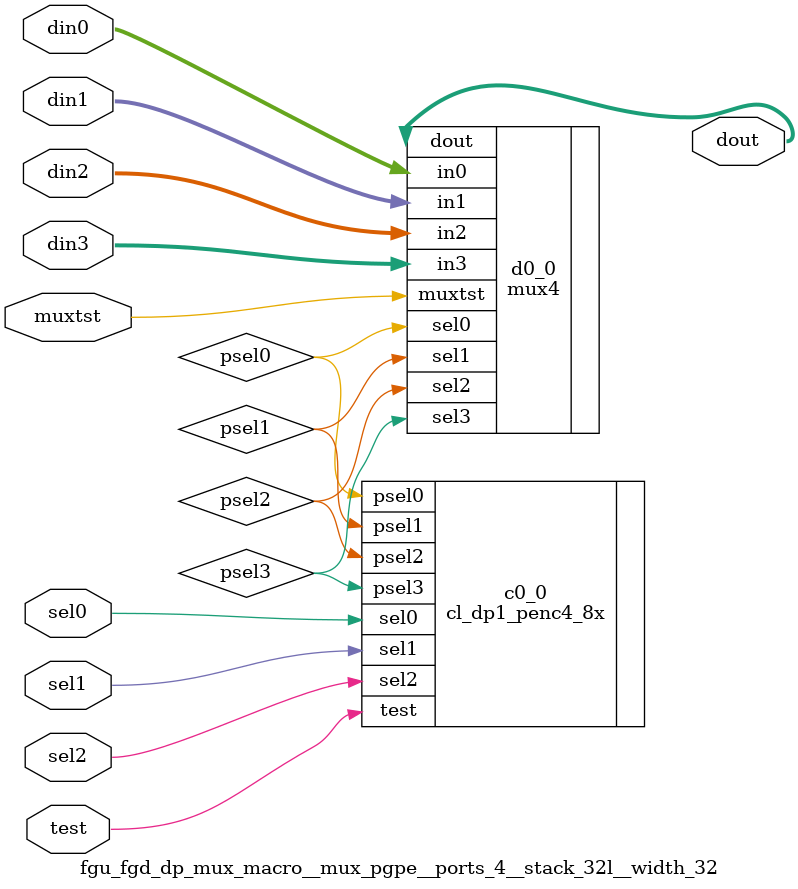
<source format=v>
module fgu_fgd_dp (
  fad_rs1_fmt_fx1, 
  fad_rs2_fmt_fx1, 
  fgd_rngl_cdbus_3f, 
  fgd_result_fx5, 
  vis_clken, 
  coreon_clken, 
  fac_fgx_abs_fx2, 
  fac_fgx_neg_fx2, 
  fac_fgx_logical_fx2, 
  fac_fgx_expand_fx2, 
  fac_fgx_merge_fx2, 
  fac_fgx_align_fx2, 
  fac_fgx_shuffle_fx2, 
  fac_fgx_pack16_fx2, 
  fac_fgx_pack32_fx2, 
  fac_fgx_packfix_fx2, 
  fac_fgx_pdist_fx1, 
  fac_fgx_popc_fx2, 
  fac_fgx_pack_sel_fx2, 
  fac_opf_fx2, 
  fac_gsr_asr_tid_fx2, 
  fac_tid_fx2, 
  fac_rng_fprs, 
  fac_rng_rd_fprs_4f, 
  fac_rng_rd_gsr_4f, 
  fec_r1_ecc_fx1, 
  fac_rng_rd_ecc_4f, 
  fac_rng_rd_or_wr_3f, 
  asi_clken, 
  fgd_gsr_asr_mask_fx4_b31, 
  fpc_gsr0_mask_sel_fx3, 
  fpc_gsr1_mask_sel_fx3, 
  fpc_gsr2_mask_sel_fx3, 
  fpc_gsr3_mask_sel_fx3, 
  fpc_gsr4_mask_sel_fx3, 
  fpc_gsr5_mask_sel_fx3, 
  fpc_gsr6_mask_sel_fx3, 
  fpc_gsr7_mask_sel_fx3, 
  fpc_gsr_scale_fx4, 
  fpc_gsr_align_fx4, 
  fpc_gsr_asr_11bits_fx4, 
  exu_fgu_gsr_m, 
  l2clk, 
  scan_in, 
  spc_aclk_wmr, 
  wmr_scan_in, 
  lb_scan_en_wmr, 
  tcu_pce_ov, 
  spc_aclk, 
  spc_bclk, 
  tcu_dectest, 
  tcu_muxtest, 
  tcu_scan_en, 
  scan_out, 
  wmr_scan_out, 
  in_rngl_cdbus);
wire stop;
wire test;
wire se;
wire pce_ov;
wire siclk;
wire soclk;
wire fx2_rs1_scanin;
wire fx2_rs1_scanout;
wire [63:0] rs1_fx2;
wire fx2_rs2_scanin;
wire fx2_rs2_scanout;
wire [63:0] rs2_fx2;
wire fx2_gsr_scanin;
wire fx2_gsr_scanout;
wire [31:0] gsr_fx2;
wire fgx_pdist_fx3;
wire fgx_popc_fx3;
wire [11:0] pdist_rs3_fx2;
wire popc_byte7a_cout_fx2;
wire popc_byte7a_carry_fx2;
wire popc_byte7a_sum_fx2;
wire popc_byte7b_cout_fx2;
wire popc_byte7b_carry_fx2;
wire popc_byte7b_sum_fx2;
wire popc_byte7c_cout_fx2;
wire popc_byte7c_carry_fx2;
wire popc_byte7c_sum_fx2;
wire [3:0] popc_byte7_sum_fx2;
wire popc_b7_unused;
wire popc_byte6a_cout_fx2;
wire popc_byte6a_carry_fx2;
wire popc_byte6a_sum_fx2;
wire popc_byte6b_cout_fx2;
wire popc_byte6b_carry_fx2;
wire popc_byte6b_sum_fx2;
wire popc_byte6c_cout_fx2;
wire popc_byte6c_carry_fx2;
wire popc_byte6c_sum_fx2;
wire [3:0] popc_byte6_sum_fx2;
wire popc_b6_unused;
wire popc_byte5a_cout_fx2;
wire popc_byte5a_carry_fx2;
wire popc_byte5a_sum_fx2;
wire popc_byte5b_cout_fx2;
wire popc_byte5b_carry_fx2;
wire popc_byte5b_sum_fx2;
wire popc_byte5c_cout_fx2;
wire popc_byte5c_carry_fx2;
wire popc_byte5c_sum_fx2;
wire [3:0] popc_byte5_sum_fx2;
wire popc_b5_unused;
wire popc_byte4a_cout_fx2;
wire popc_byte4a_carry_fx2;
wire popc_byte4a_sum_fx2;
wire popc_byte4b_cout_fx2;
wire popc_byte4b_carry_fx2;
wire popc_byte4b_sum_fx2;
wire popc_byte4c_cout_fx2;
wire popc_byte4c_carry_fx2;
wire popc_byte4c_sum_fx2;
wire [3:0] popc_byte4_sum_fx2;
wire popc_b4_unused;
wire popc_byte3a_cout_fx2;
wire popc_byte3a_carry_fx2;
wire popc_byte3a_sum_fx2;
wire popc_byte3b_cout_fx2;
wire popc_byte3b_carry_fx2;
wire popc_byte3b_sum_fx2;
wire popc_byte3c_cout_fx2;
wire popc_byte3c_carry_fx2;
wire popc_byte3c_sum_fx2;
wire [3:0] popc_byte3_sum_fx2;
wire popc_b3_unused;
wire popc_byte2a_cout_fx2;
wire popc_byte2a_carry_fx2;
wire popc_byte2a_sum_fx2;
wire popc_byte2b_cout_fx2;
wire popc_byte2b_carry_fx2;
wire popc_byte2b_sum_fx2;
wire popc_byte2c_cout_fx2;
wire popc_byte2c_carry_fx2;
wire popc_byte2c_sum_fx2;
wire [3:0] popc_byte2_sum_fx2;
wire popc_b2_unused;
wire popc_byte1a_cout_fx2;
wire popc_byte1a_carry_fx2;
wire popc_byte1a_sum_fx2;
wire popc_byte1b_cout_fx2;
wire popc_byte1b_carry_fx2;
wire popc_byte1b_sum_fx2;
wire popc_byte1c_cout_fx2;
wire popc_byte1c_carry_fx2;
wire popc_byte1c_sum_fx2;
wire [3:0] popc_byte1_sum_fx2;
wire popc_b1_unused;
wire popc_byte0a_cout_fx2;
wire popc_byte0a_carry_fx2;
wire popc_byte0a_sum_fx2;
wire popc_byte0b_cout_fx2;
wire popc_byte0b_carry_fx2;
wire popc_byte0b_sum_fx2;
wire popc_byte0c_cout_fx2;
wire popc_byte0c_carry_fx2;
wire popc_byte0c_sum_fx2;
wire [3:0] popc_byte0_sum_fx2;
wire popc_b0_unused;
wire fx3_rs1_scanin;
wire fx3_rs1_scanout;
wire [63:0] rs1_fx3;
wire [63:0] rs10_fx3;
wire fx3_rs2_scanin;
wire fx3_rs2_scanout;
wire [63:0] rs2_fx3;
wire [63:0] rs20_fx3;
wire fx3_gsr_mask_scanin;
wire fx3_gsr_mask_scanout;
wire [31:0] gsr_mask_fx3;
wire fx3_popc_scanin;
wire fx3_popc_scanout;
wire [3:0] popc_byte0_sum_fx3;
wire [3:0] popc_byte1_sum_fx3;
wire [3:0] popc_byte2_sum_fx3;
wire [3:0] popc_byte3_sum_fx3;
wire [3:0] popc_byte4_sum_fx3;
wire [3:0] popc_byte5_sum_fx3;
wire [3:0] popc_byte6_sum_fx3;
wire [3:0] popc_byte7_sum_fx3;
wire fx3_ctl_scanin;
wire fx3_ctl_scanout;
wire fgx_pdist_fx2;
wire fgx_pack_sel_fx3;
wire fgx_abs_fx3;
wire fgx_neg_fx3;
wire fgx_logical_fx3;
wire fgx_expand_fx3;
wire fgx_merge_fx3;
wire fgx_align_fx3;
wire fgx_shuffle_fx3;
wire fgx_pack16_fx3;
wire fgx_pack32_fx3;
wire fgx_packfix_fx3;
wire [4:1] opf_fx3;
wire fgx_pdist_fx4;
wire fgx_popc_fx4;
wire fgx_pack_sel_fx4;
wire [11:0] pdist_rs3_fx3;
wire [63:0] rs101_fx3;
wire [63:0] rs201_fx3;
wire [63:0] rs201_fx3_;
wire [63:0] rs101_fx3_;
wire [4:1] opf1_fx3;
wire [4:1] opf0_fx3;
wire [63:0] logical_int0_fx3;
wire [63:0] logical_int1_fx3;
wire [63:0] logical_int2_fx3;
wire [63:0] logical_int3_fx3;
wire [63:0] logical_result_fx3;
wire [31:0] gsr_mask0_fx4;
wire [63:0] rs1_shuf_fx3;
wire [63:0] rs2_shuf_fx3;
wire [63:0] shuf_result_fx3;
wire [63:0] align_result_fx3;
wire rs2_sign63_neg_fx3;
wire rs2_sign63_res_fx3;
wire fx4_simp_scanin;
wire fx4_simp_scanout;
wire [63:0] simp_result_fx4;
wire fgx_pack16_fx3_;
wire sh16_sel_fx3;
wire [63:0] shift16_fx3;
wire [23:0] gate16_fx3;
wire [63:0] shift04_fx3;
wire [5:0] gate04_fx3;
wire [63:7] shift01_fx3;
wire [6:0] pack_01_d2_unused;
wire [6:0] pack_01_d0_unused;
wire pack_sign63_fx3;
wire [15:0] clip16_c3_fx3;
wire [27:0] clip04_c3_fx3;
wire [30:0] clip01_c3_fx3;
wire [11:0] clip04_c2_fx3;
wire [14:0] clip01_c2_fx3;
wire pack_sign31_fx3;
wire [15:0] clip16_c1_fx3;
wire [27:0] clip04_c1_fx3;
wire [30:0] clip01_c1_fx3;
wire [11:0] clip04_c0_fx3;
wire [14:0] clip01_c0_fx3;
wire [63:0] pdist_amb_fx3;
wire pdist_amb_cout0_fx3;
wire pdist_amb_cout1_fx3;
wire pdist_amb_cout2_fx3;
wire pdist_amb_cout3_fx3;
wire pdist_amb_cout4_fx3;
wire pdist_amb_cout5_fx3;
wire pdist_amb_cout6_fx3;
wire pdist_amb_cout7_fx3;
wire [63:0] pdist_bma_fx3;
wire pdist_bma0_unused;
wire pdist_bma1_unused;
wire pdist_bma2_unused;
wire pdist_bma3_unused;
wire pdist_bma4_unused;
wire pdist_bma5_unused;
wire pdist_bma6_unused;
wire pdist_bma7_unused;
wire [63:0] pdist_mux_fx3;
wire pdist_42csa_cout0_fx3;
wire [8:1] pdist_42csa_carry0_fx3;
wire [7:0] pdist_42csa_sum0_fx3;
wire pdist_42csa_cout1_fx3;
wire [8:1] pdist_42csa_carry1_fx3;
wire [7:0] pdist_42csa_sum1_fx3;
wire fx4_rs1_scanin;
wire fx4_rs1_scanout;
wire [55:0] rs1_fx4;
wire fx4_shift_scanin;
wire fx4_shift_scanout;
wire [63:7] shift01_fx4;
wire fx4_clipa_scanin;
wire fx4_clipa_scanout;
wire [30:0] clip01_c3_fx4;
wire [30:0] clip01_c1_fx4;
wire fx4_clipb_scanin;
wire fx4_clipb_scanout;
wire rs2_fx4_b63;
wire rs2_fx4_b47;
wire [14:0] clip01_c2_fx4;
wire [14:0] clip01_c0_fx4;
wire rs2_fx4_b31;
wire rs2_fx4_b15;
wire fgx_packfix_fx4;
wire fgx_pack32_fx4;
wire fgx_pack16_fx4;
wire fx4_pdist_scanin;
wire fx4_pdist_scanout;
wire [33:0] pdist_42csa_data_fx4;
wire fx4_gsrtid_scanin;
wire fx4_gsrtid_scanout;
wire [2:0] gsr_asr_tid_fx3;
wire [2:0] tid_fx3;
wire fx4_gsr0mask_wmr_scanin;
wire fx4_gsr0mask_wmr_scanout;
wire [63:0] in_rngl_cdbus_3f;
wire [31:0] gsr0_mask_fx4;
wire fx4_gsr1mask_wmr_scanin;
wire fx4_gsr1mask_wmr_scanout;
wire [31:0] gsr1_mask_fx4;
wire fx4_gsr2mask_wmr_scanin;
wire fx4_gsr2mask_wmr_scanout;
wire [31:0] gsr2_mask_fx4;
wire fx4_gsr3mask_wmr_scanin;
wire fx4_gsr3mask_wmr_scanout;
wire [31:0] gsr3_mask_fx4;
wire fx4_gsr4mask_wmr_scanin;
wire fx4_gsr4mask_wmr_scanout;
wire [31:0] gsr4_mask_fx4;
wire fx4_gsr5mask_wmr_scanin;
wire fx4_gsr5mask_wmr_scanout;
wire [31:0] gsr5_mask_fx4;
wire fx4_gsr6mask_wmr_scanin;
wire fx4_gsr6mask_wmr_scanout;
wire [31:0] gsr6_mask_fx4;
wire fx4_gsr7mask_wmr_scanin;
wire fx4_gsr7mask_wmr_scanout;
wire [31:0] gsr7_mask_fx4;
wire [31:0] gsr_mask_fx4;
wire tcu_muxtest_a_rep0;
wire [30:0] gsr_asr_mask_fx4;
wire pack_b01_gt255_fx4_;
wire pack_b01_lt32768_fx4_;
wire pack_b23_gt255_fx4_;
wire pack_b45_gt255_fx4_;
wire pack_b45_lt32768_fx4_;
wire pack_b67_gt255_fx4_;
wire pack_b01_gt255_fx4;
wire pack_b01_lt32768_fx4;
wire pack_b23_gt255_fx4;
wire pack_b45_gt255_fx4;
wire pack_b45_lt32768_fx4;
wire pack_b67_gt255_fx4;
wire rs2_fx4_b63_;
wire rs2_fx4_b31_;
wire packfix_hi_lt32768_fx4;
wire packfix_lo_lt32768_fx4;
wire packfix_hi_gt32767_fx4;
wire packfix_lo_gt32767_fx4;
wire pack_b3_sign_fx4;
wire pack_b3_gt255_fx4;
wire [63:32] pack_result_fx4;
wire [7:0] pack_result_fx4_b7_0;
wire pdist_42csa_cout2_fx4;
wire [9:1] pdist_42csa_carry2_fx4;
wire [8:0] pdist_42csa_sum2_fx4;
wire [10:1] pdist_32csa_carry_fx4;
wire [9:0] pdist_32csa_sum_fx4;
wire q_pdist_rs3_fx3_b11;
wire [63:0] pdist_sum_fx4;
wire pdist_cout_fx4;
wire [12:0] pdist_inc_unused;
wire fx5_res_scanin;
wire fx5_res_scanout;
wire in_rng1_1f_scanin;
wire in_rng1_1f_scanout;
wire [63:0] in_rngl_cdbus_1f;
wire in_rng0_1f_scanin;
wire in_rng0_1f_scanout;
wire in_rng1_2f_scanin;
wire in_rng1_2f_scanout;
wire [63:0] in_rngl_cdbus_2f;
wire in_rng0_2f_scanin;
wire in_rng0_2f_scanout;
wire in_rng1_3f_scanin;
wire in_rng1_3f_scanout;
wire in_rng0_3f_scanin;
wire in_rng0_3f_scanout;
wire tcu_muxtest_b_rep0;
wire tcu_muxtest_c_rep0;



// ----------------------------------------------------------------------------
// Interface with FAD
// ----------------------------------------------------------------------------

input   [63:0] fad_rs1_fmt_fx1;        // rs1 formatted
input   [63:0] fad_rs2_fmt_fx1;        // rs2 formatted

output  [62:0] fgd_rngl_cdbus_3f;

// ----------------------------------------------------------------------------
// Interface with FPF
// ----------------------------------------------------------------------------

output  [63:0] fgd_result_fx5;         // FGX result

// ----------------------------------------------------------------------------
// Interface with FAC
// ----------------------------------------------------------------------------

input          vis_clken;              // vis clken
input          coreon_clken;           // controls all "free running" flops

input          fac_fgx_abs_fx2;        // FABS
input          fac_fgx_neg_fx2;        // FNEG
input          fac_fgx_logical_fx2;    // logical instructions
input          fac_fgx_expand_fx2;     // FEXPAND
input          fac_fgx_merge_fx2;      // FPMERGE
input          fac_fgx_align_fx2;      // FALIGNDATA
input          fac_fgx_shuffle_fx2;    // BSHUFFLE
input          fac_fgx_pack16_fx2;     // FPACK16
input          fac_fgx_pack32_fx2;     // FPACK32
input          fac_fgx_packfix_fx2;    // FPACKFIX
input          fac_fgx_pdist_fx1;      // PDIST
input          fac_fgx_popc_fx2;       // POPC

input          fac_fgx_pack_sel_fx2;   // FPACK16,FPACK32,FPACKFIX

input    [4:1] fac_opf_fx2;            // instr opf field
input    [2:0] fac_gsr_asr_tid_fx2;
input    [2:0] fac_tid_fx2;

input    [2:0] fac_rng_fprs;           // ASR FPRS read data
input          fac_rng_rd_fprs_4f;     // ASR FPRS read
input          fac_rng_rd_gsr_4f;      // ASR GSR  read
input   [13:0] fec_r1_ecc_fx1;         // ASI FRF ECC read data
input          fac_rng_rd_ecc_4f;      // ASI FRF ECC read
input          fac_rng_rd_or_wr_3f;    // ASR/ASI GSR/FPRS/FRF_ECC rd or wr decoded

input          asi_clken;              // asi clken: controls ASI ring stage flops

output         fgd_gsr_asr_mask_fx4_b31;

// ----------------------------------------------------------------------------
// Interface with FPC
// ----------------------------------------------------------------------------

input    [1:0] fpc_gsr0_mask_sel_fx3;
input    [1:0] fpc_gsr1_mask_sel_fx3;
input    [1:0] fpc_gsr2_mask_sel_fx3;
input    [1:0] fpc_gsr3_mask_sel_fx3;
input    [1:0] fpc_gsr4_mask_sel_fx3;
input    [1:0] fpc_gsr5_mask_sel_fx3;
input    [1:0] fpc_gsr6_mask_sel_fx3;
input    [1:0] fpc_gsr7_mask_sel_fx3;
input    [4:0] fpc_gsr_scale_fx4;
input    [2:0] fpc_gsr_align_fx4;
input   [10:0] fpc_gsr_asr_11bits_fx4;

// ----------------------------------------------------------------------------
// Interface with EXU
// ----------------------------------------------------------------------------

input   [31:0] exu_fgu_gsr_m;          // GSR.align data:
                                       //   [31:3] = don't care
                                       //   [2:0]  = GSR.align
                                       //   GSR.mask data:
                                       //   [31:0] = GSR.mask

// ----------------------------------------------------------------------------
// Global Signals
// ----------------------------------------------------------------------------

input          l2clk;                  // clock input
input  	       scan_in;
input          spc_aclk_wmr;
input          wmr_scan_in;
input          lb_scan_en_wmr;
input  	       tcu_pce_ov;		// scan signals
input  	       spc_aclk;
input  	       spc_bclk;
input 	       tcu_dectest;
input          tcu_muxtest;
input          tcu_scan_en;
output 	       scan_out;
output         wmr_scan_out;
input   [63:0] in_rngl_cdbus;          // ASI local ring


// scan renames
assign stop   = 1'b0;
assign test   = tcu_dectest;
// end scan

fgu_fgd_dp_buff_macro__dbuff_32x__rep_1__width_4 test_rep0  (
  .din ({tcu_scan_en, tcu_pce_ov, spc_aclk, spc_bclk}),
  .dout({se,          pce_ov,     siclk,    soclk   })
  );


// ----------------------------------------------------------------------------
//                               FX2 stage
// ----------------------------------------------------------------------------

fgu_fgd_dp_msff_macro__width_64 fx2_rs1  (
  .scan_in(fx2_rs1_scanin),
  .scan_out(fx2_rs1_scanout),
  .clk (l2clk),
  .en  (vis_clken),
  .din (fad_rs1_fmt_fx1[63:0]),
  .dout(    rs1_fx2[63:0]),
  .se(se),
  .siclk(siclk),
  .soclk(soclk),
  .pce_ov(pce_ov),
  .stop(stop)
  );

fgu_fgd_dp_msff_macro__width_64 fx2_rs2  (
  .scan_in(fx2_rs2_scanin),
  .scan_out(fx2_rs2_scanout),
  .clk (l2clk),
  .en  (vis_clken),
  .din (fad_rs2_fmt_fx1[63:0]),
  .dout(    rs2_fx2[63:0]),
  .se(se),
  .siclk(siclk),
  .soclk(soclk),
  .pce_ov(pce_ov),
  .stop(stop)
  );

fgu_fgd_dp_msff_macro__stack_32l__width_32 fx2_gsr  (
  .scan_in(fx2_gsr_scanin),
  .scan_out(fx2_gsr_scanout),
  .clk (l2clk),
  .en  (vis_clken),
  .din (exu_fgu_gsr_m[31:0]  ),
  .dout(        gsr_fx2[31:0]),
  .se(se),
  .siclk(siclk),
  .soclk(soclk),
  .pce_ov(pce_ov),
  .stop(stop)
  );

fgu_fgd_dp_mux_macro__buffsel_none__mux_aonpe__ports_2__width_12 pdist_rs3  ( 
  .din0(rs2_fx2[11:0]),
  .din1(12'b0),
  .sel0(fgx_pdist_fx3),  // since rs3 data skips a stage, selects skip a stage
  .sel1(fgx_popc_fx3),
  .dout(pdist_rs3_fx2[11:0])
  );

// ------------------------------------
// uniquie POPC frontend (fx2)
// ------------------------------------

//------
// byte7
//------

fgu_fgd_dp_csa42_macro__width_1 popc_b7a  (
  .i0   (rs2_fx2[0]),
  .i1   (rs2_fx2[1]),
  .i2   (rs2_fx2[2]),
  .i3   (rs2_fx2[3]),
  .cin  (1'b0       ),
  .cout (popc_byte7a_cout_fx2 ), 
  .carry(popc_byte7a_carry_fx2),
  .sum  (popc_byte7a_sum_fx2  )  
  );

fgu_fgd_dp_csa42_macro__width_1 popc_b7b  (
  .i0   (rs2_fx2[4]),
  .i1   (rs2_fx2[5]),
  .i2   (rs2_fx2[6]),
  .i3   (rs2_fx2[7]),
  .cin  (1'b0       ),
  .cout (popc_byte7b_cout_fx2 ), 
  .carry(popc_byte7b_carry_fx2),
  .sum  (popc_byte7b_sum_fx2  )  
  );

fgu_fgd_dp_csa42_macro__width_1 popc_b7c  (
  .i0   (popc_byte7a_cout_fx2 ),
  .i1   (popc_byte7a_carry_fx2),
  .i2   (popc_byte7b_cout_fx2 ),
  .i3   (popc_byte7b_carry_fx2),
  .cin  (1'b0                 ),
  .cout (popc_byte7c_cout_fx2 ), 
  .carry(popc_byte7c_carry_fx2),
  .sum  (popc_byte7c_sum_fx2  )  
  );

fgu_fgd_dp_cla_macro__width_4 popc_b7  (  // 0in maximum -val 8 -var {popc_b7_unused, popc_byte7_sum_fx2[3:0]}
  .din0({1'b0, popc_byte7c_carry_fx2, popc_byte7c_sum_fx2, popc_byte7a_sum_fx2}),
  .din1({1'b0, popc_byte7c_cout_fx2 , 1'b0               , popc_byte7b_sum_fx2}),
  .cin (1'b0),
  .dout(popc_byte7_sum_fx2[3:0]),
  .cout(popc_b7_unused         )
  );

//------
// byte6
//------

fgu_fgd_dp_csa42_macro__width_1 popc_b6a  (
  .i0   (rs2_fx2[8]),
  .i1   (rs2_fx2[9]),
  .i2   (rs2_fx2[10]),
  .i3   (rs2_fx2[11]),
  .cin  (1'b0       ),
  .cout (popc_byte6a_cout_fx2 ), 
  .carry(popc_byte6a_carry_fx2),
  .sum  (popc_byte6a_sum_fx2  )  
  );

fgu_fgd_dp_csa42_macro__width_1 popc_b6b  (
  .i0   (rs2_fx2[12]),
  .i1   (rs2_fx2[13]),
  .i2   (rs2_fx2[14]),
  .i3   (rs2_fx2[15]),
  .cin  (1'b0       ),
  .cout (popc_byte6b_cout_fx2 ), 
  .carry(popc_byte6b_carry_fx2),
  .sum  (popc_byte6b_sum_fx2  )  
  );

fgu_fgd_dp_csa42_macro__width_1 popc_b6c  (
  .i0   (popc_byte6a_cout_fx2 ),
  .i1   (popc_byte6a_carry_fx2),
  .i2   (popc_byte6b_cout_fx2 ),
  .i3   (popc_byte6b_carry_fx2),
  .cin  (1'b0                 ),
  .cout (popc_byte6c_cout_fx2 ), 
  .carry(popc_byte6c_carry_fx2),
  .sum  (popc_byte6c_sum_fx2  )  
  );

fgu_fgd_dp_cla_macro__width_4 popc_b6  (  // 0in maximum -val 8 -var {popc_b6_unused, popc_byte6_sum_fx2[3:0]}
  .din0({1'b0, popc_byte6c_carry_fx2, popc_byte6c_sum_fx2, popc_byte6a_sum_fx2}),
  .din1({1'b0, popc_byte6c_cout_fx2 , 1'b0               , popc_byte6b_sum_fx2}),
  .cin (1'b0),
  .dout(popc_byte6_sum_fx2[3:0]),
  .cout(popc_b6_unused         )
  );

//------
// byte5
//------

fgu_fgd_dp_csa42_macro__width_1 popc_b5a  (
  .i0   (rs2_fx2[16]),
  .i1   (rs2_fx2[17]),
  .i2   (rs2_fx2[18]),
  .i3   (rs2_fx2[19]),
  .cin  (1'b0       ),
  .cout (popc_byte5a_cout_fx2 ), 
  .carry(popc_byte5a_carry_fx2),
  .sum  (popc_byte5a_sum_fx2  )  
  );

fgu_fgd_dp_csa42_macro__width_1 popc_b5b  (
  .i0   (rs2_fx2[20]),
  .i1   (rs2_fx2[21]),
  .i2   (rs2_fx2[22]),
  .i3   (rs2_fx2[23]),
  .cin  (1'b0       ),
  .cout (popc_byte5b_cout_fx2 ), 
  .carry(popc_byte5b_carry_fx2),
  .sum  (popc_byte5b_sum_fx2  )  
  );

fgu_fgd_dp_csa42_macro__width_1 popc_b5c  (
  .i0   (popc_byte5a_cout_fx2 ),
  .i1   (popc_byte5a_carry_fx2),
  .i2   (popc_byte5b_cout_fx2 ),
  .i3   (popc_byte5b_carry_fx2),
  .cin  (1'b0                 ),
  .cout (popc_byte5c_cout_fx2 ), 
  .carry(popc_byte5c_carry_fx2),
  .sum  (popc_byte5c_sum_fx2  )  
  );

fgu_fgd_dp_cla_macro__width_4 popc_b5  (  // 0in maximum -val 8 -var {popc_b5_unused, popc_byte5_sum_fx2[3:0]}
  .din0({1'b0, popc_byte5c_carry_fx2, popc_byte5c_sum_fx2, popc_byte5a_sum_fx2}),
  .din1({1'b0, popc_byte5c_cout_fx2 , 1'b0               , popc_byte5b_sum_fx2}),
  .cin (1'b0),
  .dout(popc_byte5_sum_fx2[3:0]),
  .cout(popc_b5_unused         )
  );

//------
// byte4
//------

fgu_fgd_dp_csa42_macro__width_1 popc_b4a  (
  .i0   (rs2_fx2[24]),
  .i1   (rs2_fx2[25]),
  .i2   (rs2_fx2[26]),
  .i3   (rs2_fx2[27]),
  .cin  (1'b0       ),
  .cout (popc_byte4a_cout_fx2 ), 
  .carry(popc_byte4a_carry_fx2),
  .sum  (popc_byte4a_sum_fx2  )  
  );

fgu_fgd_dp_csa42_macro__width_1 popc_b4b  (
  .i0   (rs2_fx2[28]),
  .i1   (rs2_fx2[29]),
  .i2   (rs2_fx2[30]),
  .i3   (rs2_fx2[31]),
  .cin  (1'b0       ),
  .cout (popc_byte4b_cout_fx2 ), 
  .carry(popc_byte4b_carry_fx2),
  .sum  (popc_byte4b_sum_fx2  )  
  );

fgu_fgd_dp_csa42_macro__width_1 popc_b4c  (
  .i0   (popc_byte4a_cout_fx2 ),
  .i1   (popc_byte4a_carry_fx2),
  .i2   (popc_byte4b_cout_fx2 ),
  .i3   (popc_byte4b_carry_fx2),
  .cin  (1'b0                 ),
  .cout (popc_byte4c_cout_fx2 ), 
  .carry(popc_byte4c_carry_fx2),
  .sum  (popc_byte4c_sum_fx2  )  
  );

fgu_fgd_dp_cla_macro__width_4 popc_b4  (  // 0in maximum -val 8 -var {popc_b4_unused, popc_byte4_sum_fx2[3:0]}
  .din0({1'b0, popc_byte4c_carry_fx2, popc_byte4c_sum_fx2, popc_byte4a_sum_fx2}),
  .din1({1'b0, popc_byte4c_cout_fx2 , 1'b0               , popc_byte4b_sum_fx2}),
  .cin (1'b0),
  .dout(popc_byte4_sum_fx2[3:0]),
  .cout(popc_b4_unused         )
  );

//------
// byte3
//------

fgu_fgd_dp_csa42_macro__width_1 popc_b3a  (
  .i0   (rs2_fx2[32]),
  .i1   (rs2_fx2[33]),
  .i2   (rs2_fx2[34]),
  .i3   (rs2_fx2[35]),
  .cin  (1'b0       ),
  .cout (popc_byte3a_cout_fx2 ), 
  .carry(popc_byte3a_carry_fx2),
  .sum  (popc_byte3a_sum_fx2  )  
  );

fgu_fgd_dp_csa42_macro__width_1 popc_b3b  (
  .i0   (rs2_fx2[36]),
  .i1   (rs2_fx2[37]),
  .i2   (rs2_fx2[38]),
  .i3   (rs2_fx2[39]),
  .cin  (1'b0       ),
  .cout (popc_byte3b_cout_fx2 ), 
  .carry(popc_byte3b_carry_fx2),
  .sum  (popc_byte3b_sum_fx2  )  
  );

fgu_fgd_dp_csa42_macro__width_1 popc_b3c  (
  .i0   (popc_byte3a_cout_fx2 ),
  .i1   (popc_byte3a_carry_fx2),
  .i2   (popc_byte3b_cout_fx2 ),
  .i3   (popc_byte3b_carry_fx2),
  .cin  (1'b0                 ),
  .cout (popc_byte3c_cout_fx2 ), 
  .carry(popc_byte3c_carry_fx2),
  .sum  (popc_byte3c_sum_fx2  )  
  );

fgu_fgd_dp_cla_macro__width_4 popc_b3  (  // 0in maximum -val 8 -var {popc_b3_unused, popc_byte3_sum_fx2[3:0]}
  .din0({1'b0, popc_byte3c_carry_fx2, popc_byte3c_sum_fx2, popc_byte3a_sum_fx2}),
  .din1({1'b0, popc_byte3c_cout_fx2 , 1'b0               , popc_byte3b_sum_fx2}),
  .cin (1'b0),
  .dout(popc_byte3_sum_fx2[3:0]),
  .cout(popc_b3_unused         )
  );

//------
// byte2
//------

fgu_fgd_dp_csa42_macro__width_1 popc_b2a  (
  .i0   (rs2_fx2[40]),
  .i1   (rs2_fx2[41]),
  .i2   (rs2_fx2[42]),
  .i3   (rs2_fx2[43]),
  .cin  (1'b0       ),
  .cout (popc_byte2a_cout_fx2 ), 
  .carry(popc_byte2a_carry_fx2),
  .sum  (popc_byte2a_sum_fx2  )  
  );

fgu_fgd_dp_csa42_macro__width_1 popc_b2b  (
  .i0   (rs2_fx2[44]),
  .i1   (rs2_fx2[45]),
  .i2   (rs2_fx2[46]),
  .i3   (rs2_fx2[47]),
  .cin  (1'b0       ),
  .cout (popc_byte2b_cout_fx2 ), 
  .carry(popc_byte2b_carry_fx2),
  .sum  (popc_byte2b_sum_fx2  )  
  );

fgu_fgd_dp_csa42_macro__width_1 popc_b2c  (
  .i0   (popc_byte2a_cout_fx2 ),
  .i1   (popc_byte2a_carry_fx2),
  .i2   (popc_byte2b_cout_fx2 ),
  .i3   (popc_byte2b_carry_fx2),
  .cin  (1'b0                 ),
  .cout (popc_byte2c_cout_fx2 ), 
  .carry(popc_byte2c_carry_fx2),
  .sum  (popc_byte2c_sum_fx2  )  
  );

fgu_fgd_dp_cla_macro__width_4 popc_b2  (  // 0in maximum -val 8 -var {popc_b2_unused, popc_byte2_sum_fx2[3:0]}
  .din0({1'b0, popc_byte2c_carry_fx2, popc_byte2c_sum_fx2, popc_byte2a_sum_fx2}),
  .din1({1'b0, popc_byte2c_cout_fx2 , 1'b0               , popc_byte2b_sum_fx2}),
  .cin (1'b0),
  .dout(popc_byte2_sum_fx2[3:0]),
  .cout(popc_b2_unused         )
  );

//------
// byte1
//------

fgu_fgd_dp_csa42_macro__width_1 popc_b1a  (
  .i0   (rs2_fx2[48]),
  .i1   (rs2_fx2[49]),
  .i2   (rs2_fx2[50]),
  .i3   (rs2_fx2[51]),
  .cin  (1'b0       ),
  .cout (popc_byte1a_cout_fx2 ), 
  .carry(popc_byte1a_carry_fx2),
  .sum  (popc_byte1a_sum_fx2  )  
  );

fgu_fgd_dp_csa42_macro__width_1 popc_b1b  (
  .i0   (rs2_fx2[52]),
  .i1   (rs2_fx2[53]),
  .i2   (rs2_fx2[54]),
  .i3   (rs2_fx2[55]),
  .cin  (1'b0       ),
  .cout (popc_byte1b_cout_fx2 ), 
  .carry(popc_byte1b_carry_fx2),
  .sum  (popc_byte1b_sum_fx2  )  
  );

fgu_fgd_dp_csa42_macro__width_1 popc_b1c  (
  .i0   (popc_byte1a_cout_fx2 ),
  .i1   (popc_byte1a_carry_fx2),
  .i2   (popc_byte1b_cout_fx2 ),
  .i3   (popc_byte1b_carry_fx2),
  .cin  (1'b0                 ),
  .cout (popc_byte1c_cout_fx2 ), 
  .carry(popc_byte1c_carry_fx2),
  .sum  (popc_byte1c_sum_fx2  )  
  );

fgu_fgd_dp_cla_macro__width_4 popc_b1  (  // 0in maximum -val 8 -var {popc_b1_unused, popc_byte1_sum_fx2[3:0]}
  .din0({1'b0, popc_byte1c_carry_fx2, popc_byte1c_sum_fx2, popc_byte1a_sum_fx2}),
  .din1({1'b0, popc_byte1c_cout_fx2 , 1'b0               , popc_byte1b_sum_fx2}),
  .cin (1'b0),
  .dout(popc_byte1_sum_fx2[3:0]),
  .cout(popc_b1_unused         )
  );

//------
// byte0
//------

fgu_fgd_dp_csa42_macro__width_1 popc_b0a  (
  .i0   (rs2_fx2[56]),
  .i1   (rs2_fx2[57]),
  .i2   (rs2_fx2[58]),
  .i3   (rs2_fx2[59]),
  .cin  (1'b0       ),
  .cout (popc_byte0a_cout_fx2 ), 
  .carry(popc_byte0a_carry_fx2),
  .sum  (popc_byte0a_sum_fx2  )  
  );

fgu_fgd_dp_csa42_macro__width_1 popc_b0b  (
  .i0   (rs2_fx2[60]),
  .i1   (rs2_fx2[61]),
  .i2   (rs2_fx2[62]),
  .i3   (rs2_fx2[63]),
  .cin  (1'b0       ),
  .cout (popc_byte0b_cout_fx2 ), 
  .carry(popc_byte0b_carry_fx2),
  .sum  (popc_byte0b_sum_fx2  )  
  );

fgu_fgd_dp_csa42_macro__width_1 popc_b0c  (
  .i0   (popc_byte0a_cout_fx2 ),
  .i1   (popc_byte0a_carry_fx2),
  .i2   (popc_byte0b_cout_fx2 ),
  .i3   (popc_byte0b_carry_fx2),
  .cin  (1'b0                 ),
  .cout (popc_byte0c_cout_fx2 ), 
  .carry(popc_byte0c_carry_fx2),
  .sum  (popc_byte0c_sum_fx2  )  
  );

fgu_fgd_dp_cla_macro__width_4 popc_b0  (  // 0in maximum -val 8 -var {popc_b0_unused, popc_byte0_sum_fx2[3:0]}
  .din0({1'b0, popc_byte0c_carry_fx2, popc_byte0c_sum_fx2, popc_byte0a_sum_fx2}),
  .din1({1'b0, popc_byte0c_cout_fx2 , 1'b0               , popc_byte0b_sum_fx2}),
  .cin (1'b0),
  .dout(popc_byte0_sum_fx2[3:0]),
  .cout(popc_b0_unused         )
  );


// ----------------------------------------------------------------------------
//                               FX3 stage
// ----------------------------------------------------------------------------

fgu_fgd_dp_msff_macro__width_64 fx3_rs1  (
  .scan_in(fx3_rs1_scanin),
  .scan_out(fx3_rs1_scanout),
  .clk (l2clk),
  .en  (vis_clken),
  .din (rs1_fx2[63:0]),
  .dout(rs1_fx3[63:0]),
  .se(se),
  .siclk(siclk),
  .soclk(soclk),
  .pce_ov(pce_ov),
  .stop(stop)
  );

fgu_fgd_dp_buff_macro__width_64 buf_rs1  (
  .din (rs1_fx3[63:0] ),
  .dout(rs10_fx3[63:0])
  );

fgu_fgd_dp_msff_macro__minbuff_1__width_64 fx3_rs2  (
  .scan_in(fx3_rs2_scanin),
  .scan_out(fx3_rs2_scanout),
  .clk (l2clk),
  .en  (vis_clken),
  .din (rs2_fx2[63:0]),
  .dout(rs2_fx3[63:0]),
  .se(se),
  .siclk(siclk),
  .soclk(soclk),
  .pce_ov(pce_ov),
  .stop(stop)
  );

fgu_fgd_dp_buff_macro__width_64 buf_rs2  (
  .din (rs2_fx3[63:0] ),
  .dout(rs20_fx3[63:0])
  );

fgu_fgd_dp_msff_macro__stack_32l__width_32 fx3_gsr_mask  (
  .scan_in(fx3_gsr_mask_scanin),
  .scan_out(fx3_gsr_mask_scanout),
  .clk (l2clk),
  .en  (vis_clken),
  .din (gsr_fx2[31:0]),
  .dout(gsr_mask_fx3[31:0]),
  .se(se),
  .siclk(siclk),
  .soclk(soclk),
  .pce_ov(pce_ov),
  .stop(stop)
  );

fgu_fgd_dp_msff_macro__width_32 fx3_popc  (
  .scan_in(fx3_popc_scanin),
  .scan_out(fx3_popc_scanout),
  .clk (l2clk),
  .en  (vis_clken),
  .din ({popc_byte0_sum_fx2[3:0],
         popc_byte1_sum_fx2[3:0],
         popc_byte2_sum_fx2[3:0],
         popc_byte3_sum_fx2[3:0],
         popc_byte4_sum_fx2[3:0],
         popc_byte5_sum_fx2[3:0],
         popc_byte6_sum_fx2[3:0],
         popc_byte7_sum_fx2[3:0]}),
  .dout({popc_byte0_sum_fx3[3:0],
         popc_byte1_sum_fx3[3:0],
         popc_byte2_sum_fx3[3:0],
         popc_byte3_sum_fx3[3:0],
         popc_byte4_sum_fx3[3:0],
         popc_byte5_sum_fx3[3:0],
         popc_byte6_sum_fx3[3:0],
         popc_byte7_sum_fx3[3:0]}),
  .se(se),
  .siclk(siclk),
  .soclk(soclk),
  .pce_ov(pce_ov),
  .stop(stop)
  );

fgu_fgd_dp_msff_macro__width_33 fx3_ctl  (
  .scan_in(fx3_ctl_scanin),
  .scan_out(fx3_ctl_scanout),
  .clk (l2clk),
  .en  (vis_clken),
  .din ({fac_fgx_abs_fx2,
         fac_fgx_neg_fx2,
         fac_fgx_logical_fx2,
         fac_fgx_expand_fx2,
         fac_fgx_merge_fx2,
         fac_fgx_align_fx2,
         fac_fgx_shuffle_fx2,
         fac_fgx_pack16_fx2,
         fac_fgx_pack32_fx2,
         fac_fgx_packfix_fx2,
         fac_fgx_pdist_fx1,
             fgx_pdist_fx2,
         fac_fgx_popc_fx2,
         fac_fgx_pack_sel_fx2,
         fac_opf_fx2[4:1],
             fgx_pdist_fx3,
             fgx_popc_fx3,
             fgx_pack_sel_fx3,
             pdist_rs3_fx2[11:0]}),
  .dout({    fgx_abs_fx3,
             fgx_neg_fx3,
             fgx_logical_fx3,
             fgx_expand_fx3,
             fgx_merge_fx3,
             fgx_align_fx3,
             fgx_shuffle_fx3,
             fgx_pack16_fx3,
             fgx_pack32_fx3,
             fgx_packfix_fx3,
             fgx_pdist_fx2,
             fgx_pdist_fx3,
             fgx_popc_fx3,
             fgx_pack_sel_fx3,
             opf_fx3[4:1],
             fgx_pdist_fx4,
             fgx_popc_fx4,
             fgx_pack_sel_fx4,
             pdist_rs3_fx3[11:0]}),
  .se(se),
  .siclk(siclk),
  .soclk(soclk),
  .pce_ov(pce_ov),
  .stop(stop)
  );


// ----------------------------------------------------------------------------
// Logical operations:
//
// Instr        opf bit: 4321               rs1   rs2
// --------------------------               sel1  sel0       out
// FZERO,    FZEROS      0000               -------------------------
// FNOR,     FNORS       0001                0     0      in0: opf[1]
// FANDNOT2, FANDNOT2S   0010                0     1      in1: opf[3]
// FNOT2,    FNOT2S      0011                1     0      in2: opf[2]
// FANDNOT1, FANDNOT1S   0100                1     1      in3: opf[4]
// FNOT1,    FNOT1S      0101
// FXOR,     FXORS       0110
// FNAND,    FNANDS      0111
// FAND,     FANDS       1000
// FXNOR,    FXNORS      1001
// FSRC1,    FSRC1S      1010
// FORNOT2,  FORNOT2S    1011
// FSRC2,    FSRC2S      1100
// FORNOT1,  FORNOT1S    1101
// FOR,      FORS        1110
// FONE,     FONES       1111
//
// Logical instr are implemented with a 4:1 mux structure built from a
// nand-nand (and-or) gate organization.
//
// ----------------------------------------------------------------------------

fgu_fgd_dp_buff_macro__width_64 buf_rs101  (
  .din (rs1_fx3[63:0]  ),
  .dout(rs101_fx3[63:0])
  );

fgu_fgd_dp_buff_macro__width_64 buf_rs201  (
  .din (rs2_fx3[63:0]  ),
  .dout(rs201_fx3[63:0])
  );

fgu_fgd_dp_inv_macro__width_64 inv_rs2  (
  .din (rs201_fx3[63:0] ),
  .dout(rs201_fx3_[63:0]) 
  );

fgu_fgd_dp_inv_macro__width_64 inv_rs1  (
  .din (rs101_fx3[63:0] ),
  .dout(rs101_fx3_[63:0]) 
  );

fgu_fgd_dp_buff_macro__width_8 buf_opf  (
  .din ({opf_fx3[4:1], opf_fx3[4:1] }),
  .dout({opf1_fx3[4:1],opf0_fx3[4:1]})
  );

fgu_fgd_dp_nand_macro__ports_3__width_64 log_00  (
  .din0(rs101_fx3_[63:0]),
  .din1(rs201_fx3_[63:0]),
  .din2({{32{opf1_fx3[1]}},{32{opf0_fx3[1]}}}),
  .dout(logical_int0_fx3[63:0]) 
  );

fgu_fgd_dp_nand_macro__ports_3__width_64 log_01  (
  .din0(rs101_fx3_[63:0]),
  .din1(rs201_fx3[63:0] ),
  .din2({{32{opf1_fx3[3]}},{32{opf0_fx3[3]}}}),
  .dout(logical_int1_fx3[63:0]) 
  );

fgu_fgd_dp_nand_macro__ports_3__width_64 log_02  (
  .din0(rs101_fx3[63:0] ),
  .din1(rs201_fx3_[63:0]),
  .din2({{32{opf1_fx3[2]}},{32{opf0_fx3[2]}}}),
  .dout(logical_int2_fx3[63:0]) 
  );

fgu_fgd_dp_nand_macro__ports_3__width_64 log_03  (
  .din0(rs101_fx3[63:0]),
  .din1(rs201_fx3[63:0]),
  .din2({{32{opf1_fx3[4]}},{32{opf0_fx3[4]}}}),
  .dout(logical_int3_fx3[63:0]) 
  );

fgu_fgd_dp_nand_macro__ports_4__width_64 log_04  (
  .din0(logical_int0_fx3[63:0]),
  .din1(logical_int1_fx3[63:0]),
  .din2(logical_int2_fx3[63:0]),
  .din3(logical_int3_fx3[63:0]),
  .dout(logical_result_fx3[63:0]) 
  );

// ------------------------------------
// bshuffle rs1 and rs2 byte muxes
// ------------------------------------

fgu_fgd_dp_mux_macro__mux_aodec__ports_8__width_8 shuf1_b0  (
  .din0(rs10_fx3[63:56]),
  .din1(rs10_fx3[55:48]),
  .din2(rs10_fx3[47:40]),
  .din3(rs10_fx3[39:32]),
  .din4(rs10_fx3[31:24]),
  .din5(rs10_fx3[23:16]),
  .din6(rs10_fx3[15:8]),
  .din7(rs10_fx3[7:0]),
  .sel(gsr_mask0_fx4[30:28]),
  .dout(rs1_shuf_fx3[63:56]) 
  );

fgu_fgd_dp_mux_macro__mux_aodec__ports_8__width_8 shuf1_b1  (
  .din0(rs10_fx3[63:56]),
  .din1(rs10_fx3[55:48]),
  .din2(rs10_fx3[47:40]),
  .din3(rs10_fx3[39:32]),
  .din4(rs10_fx3[31:24]),
  .din5(rs10_fx3[23:16]),
  .din6(rs10_fx3[15:8]),
  .din7(rs10_fx3[7:0]),
  .sel(gsr_mask0_fx4[26:24]),
  .dout(rs1_shuf_fx3[55:48]) 
  );

fgu_fgd_dp_mux_macro__mux_aodec__ports_8__width_8 shuf1_b2  (
  .din0(rs10_fx3[63:56]),
  .din1(rs10_fx3[55:48]),
  .din2(rs10_fx3[47:40]),
  .din3(rs10_fx3[39:32]),
  .din4(rs10_fx3[31:24]),
  .din5(rs10_fx3[23:16]),
  .din6(rs10_fx3[15:8]),
  .din7(rs10_fx3[7:0]),
  .sel(gsr_mask0_fx4[22:20]),
  .dout(rs1_shuf_fx3[47:40]) 
  );

fgu_fgd_dp_mux_macro__mux_aodec__ports_8__width_8 shuf1_b3  (
  .din0(rs10_fx3[63:56]),
  .din1(rs10_fx3[55:48]),
  .din2(rs10_fx3[47:40]),
  .din3(rs10_fx3[39:32]),
  .din4(rs10_fx3[31:24]),
  .din5(rs10_fx3[23:16]),
  .din6(rs10_fx3[15:8]),
  .din7(rs10_fx3[7:0]),
  .sel(gsr_mask0_fx4[18:16]),
  .dout(rs1_shuf_fx3[39:32]) 
  );

fgu_fgd_dp_mux_macro__mux_aodec__ports_8__width_8 shuf1_b4  (
  .din0(rs10_fx3[63:56]),
  .din1(rs10_fx3[55:48]),
  .din2(rs10_fx3[47:40]),
  .din3(rs10_fx3[39:32]),
  .din4(rs10_fx3[31:24]),
  .din5(rs10_fx3[23:16]),
  .din6(rs10_fx3[15:8]),
  .din7(rs10_fx3[7:0]),
  .sel(gsr_mask0_fx4[14:12]),
  .dout(rs1_shuf_fx3[31:24]) 
  );

fgu_fgd_dp_mux_macro__mux_aodec__ports_8__width_8 shuf1_b5  (
  .din0(rs10_fx3[63:56]),
  .din1(rs10_fx3[55:48]),
  .din2(rs10_fx3[47:40]),
  .din3(rs10_fx3[39:32]),
  .din4(rs10_fx3[31:24]),
  .din5(rs10_fx3[23:16]),
  .din6(rs10_fx3[15:8]),
  .din7(rs10_fx3[7:0]),
  .sel(gsr_mask0_fx4[10:8]),
  .dout(rs1_shuf_fx3[23:16]) 
  );

fgu_fgd_dp_mux_macro__mux_aodec__ports_8__width_8 shuf1_b6  (
  .din0(rs10_fx3[63:56]),
  .din1(rs10_fx3[55:48]),
  .din2(rs10_fx3[47:40]),
  .din3(rs10_fx3[39:32]),
  .din4(rs10_fx3[31:24]),
  .din5(rs10_fx3[23:16]),
  .din6(rs10_fx3[15:8]),
  .din7(rs10_fx3[7:0]),
  .sel(gsr_mask0_fx4[6:4]),
  .dout(rs1_shuf_fx3[15:8]) 
  );

fgu_fgd_dp_mux_macro__mux_aodec__ports_8__width_8 shuf1_b7  (
  .din0(rs10_fx3[63:56]),
  .din1(rs10_fx3[55:48]),
  .din2(rs10_fx3[47:40]),
  .din3(rs10_fx3[39:32]),
  .din4(rs10_fx3[31:24]),
  .din5(rs10_fx3[23:16]),
  .din6(rs10_fx3[15:8]),
  .din7(rs10_fx3[7:0]),
  .sel(gsr_mask0_fx4[2:0]),
  .dout(rs1_shuf_fx3[7:0]) 
  );

fgu_fgd_dp_mux_macro__mux_aodec__ports_8__width_8 shuf2_b0  (
  .din0(rs20_fx3[63:56]),
  .din1(rs20_fx3[55:48]),
  .din2(rs20_fx3[47:40]),
  .din3(rs20_fx3[39:32]),
  .din4(rs20_fx3[31:24]),
  .din5(rs20_fx3[23:16]),
  .din6(rs20_fx3[15:8]),
  .din7(rs20_fx3[7:0]),
  .sel(gsr_mask0_fx4[30:28]),
  .dout(rs2_shuf_fx3[63:56]) 
  );

fgu_fgd_dp_mux_macro__mux_aodec__ports_8__width_8 shuf2_b1  (
  .din0(rs20_fx3[63:56]),
  .din1(rs20_fx3[55:48]),
  .din2(rs20_fx3[47:40]),
  .din3(rs20_fx3[39:32]),
  .din4(rs20_fx3[31:24]),
  .din5(rs20_fx3[23:16]),
  .din6(rs20_fx3[15:8]),
  .din7(rs20_fx3[7:0]),
  .sel(gsr_mask0_fx4[26:24]),
  .dout(rs2_shuf_fx3[55:48]) 
  );

fgu_fgd_dp_mux_macro__mux_aodec__ports_8__width_8 shuf2_b2  (
  .din0(rs20_fx3[63:56]),
  .din1(rs20_fx3[55:48]),
  .din2(rs20_fx3[47:40]),
  .din3(rs20_fx3[39:32]),
  .din4(rs20_fx3[31:24]),
  .din5(rs20_fx3[23:16]),
  .din6(rs20_fx3[15:8]),
  .din7(rs20_fx3[7:0]),
  .sel(gsr_mask0_fx4[22:20]),
  .dout(rs2_shuf_fx3[47:40]) 
  );

fgu_fgd_dp_mux_macro__mux_aodec__ports_8__width_8 shuf2_b3  (
  .din0(rs20_fx3[63:56]),
  .din1(rs20_fx3[55:48]),
  .din2(rs20_fx3[47:40]),
  .din3(rs20_fx3[39:32]),
  .din4(rs20_fx3[31:24]),
  .din5(rs20_fx3[23:16]),
  .din6(rs20_fx3[15:8]),
  .din7(rs20_fx3[7:0]),
  .sel(gsr_mask0_fx4[18:16]),
  .dout(rs2_shuf_fx3[39:32]) 
  );

fgu_fgd_dp_mux_macro__mux_aodec__ports_8__width_8 shuf2_b4  (
  .din0(rs20_fx3[63:56]),
  .din1(rs20_fx3[55:48]),
  .din2(rs20_fx3[47:40]),
  .din3(rs20_fx3[39:32]),
  .din4(rs20_fx3[31:24]),
  .din5(rs20_fx3[23:16]),
  .din6(rs20_fx3[15:8]),
  .din7(rs20_fx3[7:0]),
  .sel(gsr_mask0_fx4[14:12]),
  .dout(rs2_shuf_fx3[31:24]) 
  );

fgu_fgd_dp_mux_macro__mux_aodec__ports_8__width_8 shuf2_b5  (
  .din0(rs20_fx3[63:56]),
  .din1(rs20_fx3[55:48]),
  .din2(rs20_fx3[47:40]),
  .din3(rs20_fx3[39:32]),
  .din4(rs20_fx3[31:24]),
  .din5(rs20_fx3[23:16]),
  .din6(rs20_fx3[15:8]),
  .din7(rs20_fx3[7:0]),
  .sel(gsr_mask0_fx4[10:8]),
  .dout(rs2_shuf_fx3[23:16]) 
  );

fgu_fgd_dp_mux_macro__mux_aodec__ports_8__width_8 shuf2_b6  (
  .din0(rs20_fx3[63:56]),
  .din1(rs20_fx3[55:48]),
  .din2(rs20_fx3[47:40]),
  .din3(rs20_fx3[39:32]),
  .din4(rs20_fx3[31:24]),
  .din5(rs20_fx3[23:16]),
  .din6(rs20_fx3[15:8]),
  .din7(rs20_fx3[7:0]),
  .sel(gsr_mask0_fx4[6:4]),
  .dout(rs2_shuf_fx3[15:8]) 
  );

fgu_fgd_dp_mux_macro__mux_aodec__ports_8__width_8 shuf2_b7  (
  .din0(rs20_fx3[63:56]),
  .din1(rs20_fx3[55:48]),
  .din2(rs20_fx3[47:40]),
  .din3(rs20_fx3[39:32]),
  .din4(rs20_fx3[31:24]),
  .din5(rs20_fx3[23:16]),
  .din6(rs20_fx3[15:8]),
  .din7(rs20_fx3[7:0]),
  .sel(gsr_mask0_fx4[2:0]),
  .dout(rs2_shuf_fx3[7:0]) 
  );

// ------------------------------------
// bshuffle result muxes
// ------------------------------------

fgu_fgd_dp_mux_macro__mux_pgpe__ports_2__width_8 bres_b0  (
  .din0(rs2_shuf_fx3[63:56]),
  .din1(rs1_shuf_fx3[63:56]),
  .sel0(gsr_mask0_fx4[31]),
  .dout(shuf_result_fx3[63:56]) 
  );

fgu_fgd_dp_mux_macro__mux_pgpe__ports_2__width_8 bres_b1  (
  .din0(rs2_shuf_fx3[55:48]),
  .din1(rs1_shuf_fx3[55:48]),
  .sel0(gsr_mask0_fx4[27]),
  .dout(shuf_result_fx3[55:48]) 
  );

fgu_fgd_dp_mux_macro__mux_pgpe__ports_2__width_8 bres_b2  (
  .din0(rs2_shuf_fx3[47:40]),
  .din1(rs1_shuf_fx3[47:40]),
  .sel0(gsr_mask0_fx4[23]),
  .dout(shuf_result_fx3[47:40]) 
  );

fgu_fgd_dp_mux_macro__mux_pgpe__ports_2__width_8 bres_b3  (
  .din0(rs2_shuf_fx3[39:32]),
  .din1(rs1_shuf_fx3[39:32]),
  .sel0(gsr_mask0_fx4[19]),
  .dout(shuf_result_fx3[39:32]) 
  );

fgu_fgd_dp_mux_macro__mux_pgpe__ports_2__width_8 bres_b4  (
  .din0(rs2_shuf_fx3[31:24]),
  .din1(rs1_shuf_fx3[31:24]),
  .sel0(gsr_mask0_fx4[15]),
  .dout(shuf_result_fx3[31:24]) 
  );

fgu_fgd_dp_mux_macro__mux_pgpe__ports_2__width_8 bres_b5  (
  .din0(rs2_shuf_fx3[23:16]),
  .din1(rs1_shuf_fx3[23:16]),
  .sel0(gsr_mask0_fx4[11]),
  .dout(shuf_result_fx3[23:16]) 
  );

fgu_fgd_dp_mux_macro__mux_pgpe__ports_2__width_8 bres_b6  (
  .din0(rs2_shuf_fx3[15:8]),
  .din1(rs1_shuf_fx3[15:8]),
  .sel0(gsr_mask0_fx4[7]),
  .dout(shuf_result_fx3[15:8]) 
  );

fgu_fgd_dp_mux_macro__mux_pgpe__ports_2__width_8 bres_b7  (
  .din0(rs2_shuf_fx3[7:0]),
  .din1(rs1_shuf_fx3[7:0]),
  .sel0(gsr_mask0_fx4[3]),
  .dout(shuf_result_fx3[7:0]) 
  );

// ------------------------------------
// faligndata mux
// ------------------------------------

fgu_fgd_dp_mux_macro__mux_aodec__ports_8__width_64 align  (
  .din0(rs10_fx3[63:0]),
  .din1({rs10_fx3[55:0],rs20_fx3[63:56]}),
  .din2({rs10_fx3[47:0],rs20_fx3[63:48]}),
  .din3({rs10_fx3[39:0],rs20_fx3[63:40]}),
  .din4({rs10_fx3[31:0],rs20_fx3[63:32]}),
  .din5({rs10_fx3[23:0],rs20_fx3[63:24]}),
  .din6({rs10_fx3[15:0],rs20_fx3[63:16]}),
  .din7({rs10_fx3[7:0], rs20_fx3[63:8] }),
  .sel (fpc_gsr_align_fx4[2:0]),
  .dout(align_result_fx3[63:0]) 
  );

// ------------------------------------
// generate sign bit for FNEG, FABS
// ------------------------------------

fgu_fgd_dp_xnor_macro__ports_2__width_1 sign63a  (
  .din0(fgx_neg_fx3),  // negate sign bit
  .din1(rs20_fx3[63]),
  .dout(rs2_sign63_neg_fx3)
  );

fgu_fgd_dp_nor_macro__ports_2__width_1 sign63b  (
  .din0(fgx_abs_fx3),  // clear sign bit
  .din1(rs2_sign63_neg_fx3),
  .dout(rs2_sign63_res_fx3)
  );

// ------------------------------------
// simple instruction intermediate result mux
// ------------------------------------

fgu_fgd_dp_msff_macro__mux_aope__ports_6__width_64 fx4_simp  (
  .scan_in(fx4_simp_scanin),
  .scan_out(fx4_simp_scanout),
  .clk (l2clk),
  .en  (vis_clken),
  .din0(logical_result_fx3[63:0]),
  .din1({4'b0000,rs201_fx3[63:56],4'b0000,
         4'b0000,rs201_fx3[55:48],4'b0000,
         4'b0000,rs201_fx3[47:40],4'b0000,
         4'b0000,rs201_fx3[39:32],4'b0000 }),
  .din2({rs101_fx3[63:56],rs201_fx3[63:56],rs101_fx3[55:48],rs201_fx3[55:48],
         rs101_fx3[47:40],rs201_fx3[47:40],rs101_fx3[39:32],rs201_fx3[39:32] }),
  .din3(align_result_fx3[63:0]),
  .din4(shuf_result_fx3[63:0]),
  .din5({rs2_sign63_res_fx3,rs201_fx3[62:0]}),
  .sel0(fgx_logical_fx3),
  .sel1(fgx_expand_fx3),
  .sel2(fgx_merge_fx3),
  .sel3(fgx_align_fx3),
  .sel4(fgx_shuffle_fx3),
                           // else: FMOV(uncond/cond), FABS, FNEG
  .dout(simp_result_fx4[63:0]),
  .se(se),
  .siclk(siclk),
  .soclk(soclk),
  .pce_ov(pce_ov),
  .stop(stop)
  );

// ------------------------------------
// fpack left shifter (data result)
// partitioned into four 16b shifters: [63:48],[47:32],[31:16],[15:00]
// FPACK{16,32},FPACKFIX
// ------------------------------------

fgu_fgd_dp_inv_macro__width_1 ipack16  (
  .din (fgx_pack16_fx3 ),
  .dout(fgx_pack16_fx3_)
  );

fgu_fgd_dp_nand_macro__ports_2__width_1 gsr4  (
  .din0(fpc_gsr_scale_fx4[4]),
  .din1(fgx_pack16_fx3_),  // ignore gsr_scale_fx4[4] if FPACK16
  .dout(sh16_sel_fx3)
  );

// ------------------------------------
// fpack data result
// bits [63:32]
// ------------------------------------

fgu_fgd_dp_mux_macro__mux_aope__ports_2__width_32 pack_16_d3d2  (
  .din0( rs201_fx3[63:32]        ),   
  .din1({rs201_fx3[47:32], 16'b0}),  
  .sel0(sh16_sel_fx3),        // shift 0,16 bits
  .dout(shift16_fx3[63:32])
  );

fgu_fgd_dp_and_macro__ports_2__width_12 gate16d3  (
  .din0(shift16_fx3[47:36]),
  .din1({12{fgx_pack16_fx3_}}),
  .dout(gate16_fx3[23:12])
  );

fgu_fgd_dp_mux_macro__mux_aodec__ports_4__width_16 pack_04_d3  ( 
  .din0( shift16_fx3[63:48]                    ),
  .din1({shift16_fx3[59:48], gate16_fx3[23:20]}), 
  .din2({shift16_fx3[55:48], gate16_fx3[23:16]}),
  .din3({shift16_fx3[51:48], gate16_fx3[23:12]}),
  .sel (fpc_gsr_scale_fx4[3:2]),  // shift 0,4,8,12 bits
  .dout(shift04_fx3[63:48])
  );

fgu_fgd_dp_and_macro__ports_2__width_3 gate04d3  (
  .din0(shift04_fx3[47:45]),
  .din1({3{fgx_pack16_fx3_}}),
  .dout(gate04_fx3[5:3])
  );

fgu_fgd_dp_mux_macro__mux_aodec__ports_4__width_16 pack_01_d3  ( 
  .din0( shift04_fx3[63:48]                    ), 
  .din1({shift04_fx3[62:48], gate04_fx3[5:5]}), 
  .din2({shift04_fx3[61:48], gate04_fx3[5:4]}), 
  .din3({shift04_fx3[60:48], gate04_fx3[5:3]}),  
  .sel (fpc_gsr_scale_fx4[1:0]),  // shift 0,1,2,3 bits
  .dout(shift01_fx3[63:48])
  );

fgu_fgd_dp_mux_macro__mux_aodec__ports_4__width_16 pack_04_d2  ( 
  .din0( shift16_fx3[47:32]        ),
  .din1({shift16_fx3[43:32],  4'b0}), 
  .din2({shift16_fx3[39:32],  8'b0}),
  .din3({shift16_fx3[35:32], 12'b0}),
  .sel (fpc_gsr_scale_fx4[3:2]),  // shift 0,4,8,12 bits
  .dout(shift04_fx3[47:32])
  );

fgu_fgd_dp_mux_macro__mux_aodec__ports_4__width_16 pack_01_d2  ( 
  .din0( shift04_fx3[47:32]       ), 
  .din1({shift04_fx3[46:32], 1'b0}),
  .din2({shift04_fx3[45:32], 2'b0}), 
  .din3({shift04_fx3[44:32], 3'b0}),  
  .sel (fpc_gsr_scale_fx4[1:0]),  // shift 0,1,2,3 bits
  .dout({shift01_fx3[47:39], pack_01_d2_unused[6:0]})
  );

// ------------------------------------
// fpack data result
// bits [31:00]
// ------------------------------------

fgu_fgd_dp_mux_macro__mux_aope__ports_2__width_32 pack_16_d1d0  (
  .din0( rs201_fx3[31:0]        ),
  .din1({rs201_fx3[15:0], 16'b0}),  
  .sel0(sh16_sel_fx3),        // shift 0,16 bits
  .dout(shift16_fx3[31:0])
  );

fgu_fgd_dp_and_macro__ports_2__width_12 gate16d1  (
  .din0(shift16_fx3[15:4]),
  .din1({12{fgx_pack16_fx3_}}),
  .dout(gate16_fx3[11:0])
  );

fgu_fgd_dp_mux_macro__mux_aodec__ports_4__width_16 pack_04_d1  ( 
  .din0( shift16_fx3[31:16]                    ),
  .din1({shift16_fx3[27:16], gate16_fx3[11:8]}), 
  .din2({shift16_fx3[23:16], gate16_fx3[11:4]}),
  .din3({shift16_fx3[19:16], gate16_fx3[11:0]}),
  .sel (fpc_gsr_scale_fx4[3:2]),  // shift 0,4,8,12 bits
  .dout(shift04_fx3[31:16])
  );

fgu_fgd_dp_and_macro__ports_2__width_3 gate04d1  (
  .din0(shift04_fx3[15:13]),
  .din1({3{fgx_pack16_fx3_}}),
  .dout(gate04_fx3[2:0])
  );

fgu_fgd_dp_mux_macro__mux_aodec__ports_4__width_16 pack_01_d1  ( 
  .din0( shift04_fx3[31:16]                    ),
  .din1({shift04_fx3[30:16], gate04_fx3[2:2]}), 
  .din2({shift04_fx3[29:16], gate04_fx3[2:1]}), 
  .din3({shift04_fx3[28:16], gate04_fx3[2:0]}),  
  .sel (fpc_gsr_scale_fx4[1:0]),  // shift 0,1,2,3 bits
  .dout(shift01_fx3[31:16])
  );

fgu_fgd_dp_mux_macro__mux_aodec__ports_4__width_16 pack_04_d0  ( 
  .din0( shift16_fx3[15:0]        ),
  .din1({shift16_fx3[11:0],  4'b0}), 
  .din2({shift16_fx3[7:0],  8'b0}),
  .din3({shift16_fx3[3:0], 12'b0}),
  .sel (fpc_gsr_scale_fx4[3:2]),  // shift 0,4,8,12 bits
  .dout(shift04_fx3[15:0])
  );

fgu_fgd_dp_mux_macro__mux_aodec__ports_4__width_16 pack_01_d0  ( 
  .din0( shift04_fx3[15:0]       ),
  .din1({shift04_fx3[14:0], 1'b0}),
  .din2({shift04_fx3[13:0], 2'b0}), 
  .din3({shift04_fx3[12:0], 3'b0}),  
  .sel (fpc_gsr_scale_fx4[1:0]),  // shift 0,1,2,3 bits
  .dout({shift01_fx3[15:7], pack_01_d0_unused[6:0]})
  );

// ------------------------------------
// fpack collection of shifted off (clipping) data
// used to determine if const data output is required
// FPACK{16,32},FPACKFIX
// ------------------------------------

// ------------------------------------
// fpack clipping result
// bits [63:32]
// ------------------------------------

fgu_fgd_dp_and_macro__ports_2__width_1 packsign63  (
  .din0(rs201_fx3[63]),
  .din1(fgx_packfix_fx3),
  .dout(pack_sign63_fx3)
  );

fgu_fgd_dp_mux_macro__mux_aope__ports_2__width_16 pack_16_c3c2  (
  .din0({16{pack_sign63_fx3}}),   
  .din1(rs201_fx3[63:48]),  
  .sel0(sh16_sel_fx3),        // shift 0,16 bits
  .dout(clip16_c3_fx3[15:0])
  );

fgu_fgd_dp_mux_macro__mux_aodec__ports_4__width_28 pack_04_c3  ( 
  .din0({{12{pack_sign63_fx3}}, clip16_c3_fx3[15:0]                    }),
  .din1({{ 8{pack_sign63_fx3}}, clip16_c3_fx3[15:0], shift16_fx3[63:60]}), 
  .din2({{ 4{pack_sign63_fx3}}, clip16_c3_fx3[15:0], shift16_fx3[63:56]}),
  .din3({                       clip16_c3_fx3[15:0], shift16_fx3[63:52]}),
  .sel (fpc_gsr_scale_fx4[3:2]),  // shift 0,4,8,12 bits
  .dout(clip04_c3_fx3[27:0])
  );

fgu_fgd_dp_mux_macro__mux_aodec__ports_4__width_31 pack_01_c3  ( 
  .din0({{3{pack_sign63_fx3}}, clip04_c3_fx3[27:0]                    }), 
  .din1({{2{pack_sign63_fx3}}, clip04_c3_fx3[27:0], shift04_fx3[63:63]}), 
  .din2({{1{pack_sign63_fx3}}, clip04_c3_fx3[27:0], shift04_fx3[63:62]}), 
  .din3({                      clip04_c3_fx3[27:0], shift04_fx3[63:61]}),  
  .sel (fpc_gsr_scale_fx4[1:0]),  // shift 0,1,2,3 bits
  .dout(clip01_c3_fx3[30:0])
  );

fgu_fgd_dp_mux_macro__mux_aodec__ports_4__width_12 pack_04_c2  ( 
  .din0( 12'b0                     ),
  .din1({ 8'b0, shift16_fx3[47:44]}), 
  .din2({ 4'b0, shift16_fx3[47:40]}),
  .din3(        shift16_fx3[47:36] ),
  .sel (fpc_gsr_scale_fx4[3:2]),  // shift 0,4,8,12 bits
  .dout(clip04_c2_fx3[11:0])
  );

fgu_fgd_dp_mux_macro__mux_aodec__ports_4__width_15 pack_01_c2  ( 
  .din0({3'b0, clip04_c2_fx3[11:0]                    }), 
  .din1({2'b0, clip04_c2_fx3[11:0], shift04_fx3[47:47]}),
  .din2({1'b0, clip04_c2_fx3[11:0], shift04_fx3[47:46]}), 
  .din3({      clip04_c2_fx3[11:0], shift04_fx3[47:45]}),  
  .sel (fpc_gsr_scale_fx4[1:0]),  // shift 0,1,2,3 bits
  .dout(clip01_c2_fx3[14:0])
  );

// ------------------------------------
// fpack clipping result
// bits [31:00]
// ------------------------------------

fgu_fgd_dp_and_macro__ports_2__width_1 packsign31  (
  .din0(rs201_fx3[31]),
  .din1(fgx_packfix_fx3),
  .dout(pack_sign31_fx3)
  );

fgu_fgd_dp_mux_macro__mux_aope__ports_2__width_16 pack_16_c1c0  (
  .din0({16{pack_sign31_fx3}}),   
  .din1(rs201_fx3[31:16]),  
  .sel0(sh16_sel_fx3),        // shift 0,16 bits
  .dout(clip16_c1_fx3[15:0])
  );

fgu_fgd_dp_mux_macro__mux_aodec__ports_4__width_28 pack_04_c1  ( 
  .din0({{12{pack_sign31_fx3}}, clip16_c1_fx3[15:0]                    }),
  .din1({{ 8{pack_sign31_fx3}}, clip16_c1_fx3[15:0], shift16_fx3[31:28]}), 
  .din2({{ 4{pack_sign31_fx3}}, clip16_c1_fx3[15:0], shift16_fx3[31:24]}),
  .din3({                       clip16_c1_fx3[15:0], shift16_fx3[31:20]}),
  .sel (fpc_gsr_scale_fx4[3:2]),  // shift 0,4,8,12 bits
  .dout(clip04_c1_fx3[27:0])
  );

fgu_fgd_dp_mux_macro__mux_aodec__ports_4__width_31 pack_01_c1  ( 
  .din0({{3{pack_sign31_fx3}}, clip04_c1_fx3[27:0]                    }), 
  .din1({{2{pack_sign31_fx3}}, clip04_c1_fx3[27:0], shift04_fx3[31:31]}), 
  .din2({{1{pack_sign31_fx3}}, clip04_c1_fx3[27:0], shift04_fx3[31:30]}), 
  .din3({                      clip04_c1_fx3[27:0], shift04_fx3[31:29]}),  
  .sel (fpc_gsr_scale_fx4[1:0]),  // shift 0,1,2,3 bits
  .dout(clip01_c1_fx3[30:0])
  );

fgu_fgd_dp_mux_macro__mux_aodec__ports_4__width_12 pack_04_c0  ( 
  .din0( 12'b0                     ),
  .din1({ 8'b0, shift16_fx3[15:12]}), 
  .din2({ 4'b0, shift16_fx3[15:8]}),
  .din3(        shift16_fx3[15:4] ),
  .sel (fpc_gsr_scale_fx4[3:2]),  // shift 0,4,8,12 bits
  .dout(clip04_c0_fx3[11:0])
  );

fgu_fgd_dp_mux_macro__mux_aodec__ports_4__width_15 pack_01_c0  ( 
  .din0({3'b0, clip04_c0_fx3[11:0]                    }), 
  .din1({2'b0, clip04_c0_fx3[11:0], shift04_fx3[15:15]}),
  .din2({1'b0, clip04_c0_fx3[11:0], shift04_fx3[15:14]}), 
  .din3({      clip04_c0_fx3[11:0], shift04_fx3[15:13]}),  
  .sel (fpc_gsr_scale_fx4[1:0]),  // shift 0,1,2,3 bits
  .dout(clip01_c0_fx3[14:0])
  );

// ------------------------------------
// PDIST,POPC
// ------------------------------------

// ------------------------------------
// uniquie PDIST frontend (fx3)
// subtract (rs1 - rs2)
// ------------------------------------

fgu_fgd_dp_cla_macro__width_8 pdist_amb0  (
  .din0(rs101_fx3[63:56] ),
  .din1(rs201_fx3_[63:56]),
  .cin (1'b1),
  .dout(pdist_amb_fx3[63:56]),
  .cout(pdist_amb_cout0_fx3)
  );

fgu_fgd_dp_cla_macro__width_8 pdist_amb1  (
  .din0(rs101_fx3[55:48] ),
  .din1(rs201_fx3_[55:48]),
  .cin (1'b1),
  .dout(pdist_amb_fx3[55:48]),
  .cout(pdist_amb_cout1_fx3)
  );

fgu_fgd_dp_cla_macro__width_8 pdist_amb2  (
  .din0(rs101_fx3[47:40] ),
  .din1(rs201_fx3_[47:40]),
  .cin (1'b1),
  .dout(pdist_amb_fx3[47:40]),
  .cout(pdist_amb_cout2_fx3)
  );

fgu_fgd_dp_cla_macro__width_8 pdist_amb3  (
  .din0(rs101_fx3[39:32] ),
  .din1(rs201_fx3_[39:32]),
  .cin (1'b1),
  .dout(pdist_amb_fx3[39:32]),
  .cout(pdist_amb_cout3_fx3)
  );

fgu_fgd_dp_cla_macro__width_8 pdist_amb4  (
  .din0(rs101_fx3[31:24] ),
  .din1(rs201_fx3_[31:24]),
  .cin (1'b1),
  .dout(pdist_amb_fx3[31:24]),
  .cout(pdist_amb_cout4_fx3)
  );

fgu_fgd_dp_cla_macro__width_8 pdist_amb5  (
  .din0(rs101_fx3[23:16] ),
  .din1(rs201_fx3_[23:16]),
  .cin (1'b1),
  .dout(pdist_amb_fx3[23:16]),
  .cout(pdist_amb_cout5_fx3)
  );

fgu_fgd_dp_cla_macro__width_8 pdist_amb6  (
  .din0(rs101_fx3[15:8] ),
  .din1(rs201_fx3_[15:8]),
  .cin (1'b1),
  .dout(pdist_amb_fx3[15:8]),
  .cout(pdist_amb_cout6_fx3)
  );

fgu_fgd_dp_cla_macro__width_8 pdist_amb7  (
  .din0(rs101_fx3[7:0] ),
  .din1(rs201_fx3_[7:0]),
  .cin (1'b1),
  .dout(pdist_amb_fx3[7:0]),
  .cout(pdist_amb_cout7_fx3)
  );

// ------------------------------------
// uniquie PDIST frontend (fx3)
// subtract (rs2 - rs1)
// ------------------------------------

fgu_fgd_dp_cla_macro__width_8 pdist_bma0  (
  .din0(rs201_fx3[63:56] ),
  .din1(rs101_fx3_[63:56]),
  .cin (1'b1),
  .dout(pdist_bma_fx3[63:56]),
  .cout(pdist_bma0_unused)
  );

fgu_fgd_dp_cla_macro__width_8 pdist_bma1  (
  .din0(rs201_fx3[55:48] ),
  .din1(rs101_fx3_[55:48]),
  .cin (1'b1),
  .dout(pdist_bma_fx3[55:48]),
  .cout(pdist_bma1_unused)
  );

fgu_fgd_dp_cla_macro__width_8 pdist_bma2  (
  .din0(rs201_fx3[47:40] ),
  .din1(rs101_fx3_[47:40]),
  .cin (1'b1),
  .dout(pdist_bma_fx3[47:40]),
  .cout(pdist_bma2_unused)
  );

fgu_fgd_dp_cla_macro__width_8 pdist_bma3  (
  .din0(rs201_fx3[39:32] ),
  .din1(rs101_fx3_[39:32]),
  .cin (1'b1),
  .dout(pdist_bma_fx3[39:32]),
  .cout(pdist_bma3_unused)
  );

fgu_fgd_dp_cla_macro__width_8 pdist_bma4  (
  .din0(rs201_fx3[31:24] ),
  .din1(rs101_fx3_[31:24]),
  .cin (1'b1),
  .dout(pdist_bma_fx3[31:24]),
  .cout(pdist_bma4_unused)
  );

fgu_fgd_dp_cla_macro__width_8 pdist_bma5  (
  .din0(rs201_fx3[23:16] ),
  .din1(rs101_fx3_[23:16]),
  .cin (1'b1),
  .dout(pdist_bma_fx3[23:16]),
  .cout(pdist_bma5_unused)
  );

fgu_fgd_dp_cla_macro__width_8 pdist_bma6  (
  .din0(rs201_fx3[15:8] ),
  .din1(rs101_fx3_[15:8]),
  .cin (1'b1),
  .dout(pdist_bma_fx3[15:8]),
  .cout(pdist_bma6_unused)
  );

fgu_fgd_dp_cla_macro__width_8 pdist_bma7  (
  .din0(rs201_fx3[7:0] ),
  .din1(rs101_fx3_[7:0]),
  .cin (1'b1),
  .dout(pdist_bma_fx3[7:0]),
  .cout(pdist_bma7_unused)
  );

// ------------------------------------
// select PDIST or POPC
// to proceed to the common backend
// ------------------------------------

fgu_fgd_dp_mux_macro__mux_aope__ports_3__width_8 pdist_mux0  (
  .din0({4'b0, popc_byte0_sum_fx3[3:0]}),
  .din1(pdist_amb_fx3[63:56]),
  .din2(pdist_bma_fx3[63:56]),
  .sel0(fgx_popc_fx3),
  .sel1(pdist_amb_cout0_fx3),
  .dout(pdist_mux_fx3[63:56])
  );

fgu_fgd_dp_mux_macro__mux_aope__ports_3__width_8 pdist_mux1  (
  .din0({4'b0, popc_byte1_sum_fx3[3:0]}),
  .din1(pdist_amb_fx3[55:48]),
  .din2(pdist_bma_fx3[55:48]),
  .sel0(fgx_popc_fx3),
  .sel1(pdist_amb_cout1_fx3),
  .dout(pdist_mux_fx3[55:48])
  );

fgu_fgd_dp_mux_macro__mux_aope__ports_3__width_8 pdist_mux2  (
  .din0({4'b0, popc_byte2_sum_fx3[3:0]}),
  .din1(pdist_amb_fx3[47:40]),
  .din2(pdist_bma_fx3[47:40]),
  .sel0(fgx_popc_fx3),
  .sel1(pdist_amb_cout2_fx3),
  .dout(pdist_mux_fx3[47:40])
  );

fgu_fgd_dp_mux_macro__mux_aope__ports_3__width_8 pdist_mux3  (
  .din0({4'b0, popc_byte3_sum_fx3[3:0]}),
  .din1(pdist_amb_fx3[39:32]),
  .din2(pdist_bma_fx3[39:32]),
  .sel0(fgx_popc_fx3),
  .sel1(pdist_amb_cout3_fx3),
  .dout(pdist_mux_fx3[39:32])
  );

fgu_fgd_dp_mux_macro__mux_aope__ports_3__width_8 pdist_mux4  (
  .din0({4'b0, popc_byte4_sum_fx3[3:0]}),
  .din1(pdist_amb_fx3[31:24]),
  .din2(pdist_bma_fx3[31:24]),
  .sel0(fgx_popc_fx3),
  .sel1(pdist_amb_cout4_fx3),
  .dout(pdist_mux_fx3[31:24])
  );

fgu_fgd_dp_mux_macro__mux_aope__ports_3__width_8 pdist_mux5  (
  .din0({4'b0, popc_byte5_sum_fx3[3:0]}),
  .din1(pdist_amb_fx3[23:16]),
  .din2(pdist_bma_fx3[23:16]),
  .sel0(fgx_popc_fx3),
  .sel1(pdist_amb_cout5_fx3),
  .dout(pdist_mux_fx3[23:16])
  );

fgu_fgd_dp_mux_macro__mux_aope__ports_3__width_8 pdist_mux6  (
  .din0({4'b0, popc_byte6_sum_fx3[3:0]}),
  .din1(pdist_amb_fx3[15:8]),
  .din2(pdist_bma_fx3[15:8]),
  .sel0(fgx_popc_fx3),
  .sel1(pdist_amb_cout6_fx3),
  .dout(pdist_mux_fx3[15:8])
  );

fgu_fgd_dp_mux_macro__mux_aope__ports_3__width_8 pdist_mux7  (
  .din0({4'b0, popc_byte7_sum_fx3[3:0]}),
  .din1(pdist_amb_fx3[7:0]),
  .din2(pdist_bma_fx3[7:0]),
  .sel0(fgx_popc_fx3),
  .sel1(pdist_amb_cout7_fx3),
  .dout(pdist_mux_fx3[7:0])
  );

// ------------------------------------
// common PDIST,POPC backend (fx3)
// begin compression of 8 8-bit values
// ------------------------------------

fgu_fgd_dp_csa42_macro__width_8 pdist_42csa_0  (
  .i0   (pdist_mux_fx3[7:0]),
  .i1   (pdist_mux_fx3[15:8]),
  .i2   (pdist_mux_fx3[23:16]),
  .i3   (pdist_mux_fx3[31:24]),
  .cin  (1'b0                ),
  .cout (pdist_42csa_cout0_fx3        ), 
  .carry(pdist_42csa_carry0_fx3[8:1]),
  .sum  (pdist_42csa_sum0_fx3[7:0]  )  
  );

fgu_fgd_dp_csa42_macro__width_8 pdist_42csa_1  (
  .i0   (pdist_mux_fx3[39:32]),
  .i1   (pdist_mux_fx3[47:40]),
  .i2   (pdist_mux_fx3[55:48]),
  .i3   (pdist_mux_fx3[63:56]),
  .cin  (1'b0                ),
  .cout (pdist_42csa_cout1_fx3        ), 
  .carry(pdist_42csa_carry1_fx3[8:1]),
  .sum  (pdist_42csa_sum1_fx3[7:0]  )  
  );

// ----------------------------------------------------------------------------
//                               FX4 stage
// ----------------------------------------------------------------------------

fgu_fgd_dp_msff_macro__width_48 fx4_rs1  (
  .scan_in(fx4_rs1_scanin),
  .scan_out(fx4_rs1_scanout),
  .clk (l2clk),
  .en  (vis_clken),
  .din ({rs101_fx3[55:32], rs101_fx3[23:0]}),
  .dout({rs1_fx4[55:32],   rs1_fx4[23:0] }),
  .se(se),
  .siclk(siclk),
  .soclk(soclk),
  .pce_ov(pce_ov),
  .stop(stop)
  );

fgu_fgd_dp_msff_macro__width_50 fx4_shift  (
  .scan_in(fx4_shift_scanin),
  .scan_out(fx4_shift_scanout),
  .clk (l2clk),
  .en  (vis_clken),
  .din ({shift01_fx3[63:39], shift01_fx3[31:7]}),
  .dout({shift01_fx4[63:39], shift01_fx4[31:7]}),
  .se(se),
  .siclk(siclk),
  .soclk(soclk),
  .pce_ov(pce_ov),
  .stop(stop)
  );

fgu_fgd_dp_msff_macro__width_62 fx4_clipa  (
  .scan_in(fx4_clipa_scanin),
  .scan_out(fx4_clipa_scanout),
  .clk (l2clk),
  .en  (vis_clken),
  .din ({clip01_c3_fx3[30:0],clip01_c1_fx3[30:0]}),
  .dout({clip01_c3_fx4[30:0],clip01_c1_fx4[30:0]}),
  .se(se),
  .siclk(siclk),
  .soclk(soclk),
  .pce_ov(pce_ov),
  .stop(stop)
  );

fgu_fgd_dp_msff_macro__width_37 fx4_clipb  (
  .scan_in(fx4_clipb_scanin),
  .scan_out(fx4_clipb_scanout),
  .clk (l2clk),
  .en  (vis_clken),
  .din ({rs201_fx3[63],
         rs201_fx3[47],
         clip01_c2_fx3[14:0],clip01_c0_fx3[14:0],
         rs201_fx3[31],
         rs201_fx3[15],
         fgx_packfix_fx3,fgx_pack32_fx3,fgx_pack16_fx3}),
  .dout({rs2_fx4_b63,
         rs2_fx4_b47,
         clip01_c2_fx4[14:0],clip01_c0_fx4[14:0],
         rs2_fx4_b31,
         rs2_fx4_b15,
         fgx_packfix_fx4,fgx_pack32_fx4,fgx_pack16_fx4}),
  .se(se),
  .siclk(siclk),
  .soclk(soclk),
  .pce_ov(pce_ov),
  .stop(stop)
  );

fgu_fgd_dp_msff_macro__width_34 fx4_pdist  (
  .scan_in(fx4_pdist_scanin),
  .scan_out(fx4_pdist_scanout),
  .clk (l2clk),
  .en  (vis_clken),
  .din ({pdist_42csa_cout0_fx3,
         pdist_42csa_cout1_fx3,
         pdist_42csa_carry0_fx3[8:1],
         pdist_42csa_sum0_fx3[7:0],
         pdist_42csa_carry1_fx3[8:1],
         pdist_42csa_sum1_fx3[7:0]   }),
  .dout( pdist_42csa_data_fx4[33:0]),
  .se(se),
  .siclk(siclk),
  .soclk(soclk),
  .pce_ov(pce_ov),
  .stop(stop)   
  );

// ------------------------------------
// GSR.mask flops, threads 0-7
// ------------------------------------

fgu_fgd_dp_msff_macro__stack_32l__width_6 fx4_gsrtid  (
  .scan_in(fx4_gsrtid_scanin),
  .scan_out(fx4_gsrtid_scanout),
  .clk (l2clk),
  .en  (vis_clken),
  .din ({fac_gsr_asr_tid_fx2[2:0], fac_tid_fx2[2:0]}),
  .dout({    gsr_asr_tid_fx3[2:0],     tid_fx3[2:0]}),
  .se(se),
  .siclk(siclk),
  .soclk(soclk),
  .pce_ov(pce_ov),
  .stop(stop)
  );

fgu_fgd_dp_msff_macro__mux_aope__ports_2__stack_32l__width_32 fx4_gsr0mask  (	// FS:wmr_protect
  .scan_in(fx4_gsr0mask_wmr_scanin),
  .scan_out(fx4_gsr0mask_wmr_scanout),
  .siclk(spc_aclk_wmr),
  .se(lb_scan_en_wmr),
  .clk (l2clk),
  .en  (fpc_gsr0_mask_sel_fx3[1]),
  .din0(gsr_mask_fx3[31:0]),
  .din1(in_rngl_cdbus_3f[63:32]),
  .sel0(fpc_gsr0_mask_sel_fx3[0]),
  .dout(gsr0_mask_fx4[31:0]),
  .soclk(soclk),
  .pce_ov(pce_ov),
  .stop(stop)
  );

fgu_fgd_dp_msff_macro__mux_aope__ports_2__stack_32l__width_32 fx4_gsr1mask  (	// FS:wmr_protect
  .scan_in(fx4_gsr1mask_wmr_scanin),
  .scan_out(fx4_gsr1mask_wmr_scanout),
  .siclk(spc_aclk_wmr),
  .se(lb_scan_en_wmr),
  .clk (l2clk),
  .en  (fpc_gsr1_mask_sel_fx3[1]),
  .din0(gsr_mask_fx3[31:0]),
  .din1(in_rngl_cdbus_3f[63:32]),
  .sel0(fpc_gsr1_mask_sel_fx3[0]),
  .dout(gsr1_mask_fx4[31:0]),
  .soclk(soclk),
  .pce_ov(pce_ov),
  .stop(stop)
  );

fgu_fgd_dp_msff_macro__mux_aope__ports_2__stack_32l__width_32 fx4_gsr2mask  (	// FS:wmr_protect
  .scan_in(fx4_gsr2mask_wmr_scanin),
  .scan_out(fx4_gsr2mask_wmr_scanout),
  .siclk(spc_aclk_wmr),
  .se(lb_scan_en_wmr),
  .clk (l2clk),
  .en  (fpc_gsr2_mask_sel_fx3[1]),
  .din0(gsr_mask_fx3[31:0]),
  .din1(in_rngl_cdbus_3f[63:32]),
  .sel0(fpc_gsr2_mask_sel_fx3[0]),
  .dout(gsr2_mask_fx4[31:0]),
  .soclk(soclk),
  .pce_ov(pce_ov),
  .stop(stop)
  );

fgu_fgd_dp_msff_macro__mux_aope__ports_2__stack_32l__width_32 fx4_gsr3mask  (	// FS:wmr_protect
  .scan_in(fx4_gsr3mask_wmr_scanin),
  .scan_out(fx4_gsr3mask_wmr_scanout),
  .siclk(spc_aclk_wmr),
  .se(lb_scan_en_wmr),
  .clk (l2clk),
  .en  (fpc_gsr3_mask_sel_fx3[1]),
  .din0(gsr_mask_fx3[31:0]),
  .din1(in_rngl_cdbus_3f[63:32]),
  .sel0(fpc_gsr3_mask_sel_fx3[0]),
  .dout(gsr3_mask_fx4[31:0]),
  .soclk(soclk),
  .pce_ov(pce_ov),
  .stop(stop)
  );

fgu_fgd_dp_msff_macro__mux_aope__ports_2__stack_32l__width_32 fx4_gsr4mask  (	// FS:wmr_protect
  .scan_in(fx4_gsr4mask_wmr_scanin),
  .scan_out(fx4_gsr4mask_wmr_scanout),
  .siclk(spc_aclk_wmr),
  .se(lb_scan_en_wmr),
  .clk (l2clk),
  .en  (fpc_gsr4_mask_sel_fx3[1]),
  .din0(gsr_mask_fx3[31:0]),
  .din1(in_rngl_cdbus_3f[63:32]),
  .sel0(fpc_gsr4_mask_sel_fx3[0]),
  .dout(gsr4_mask_fx4[31:0]),
  .soclk(soclk),
  .pce_ov(pce_ov),
  .stop(stop)
  );

fgu_fgd_dp_msff_macro__mux_aope__ports_2__stack_32l__width_32 fx4_gsr5mask  (	// FS:wmr_protect
  .scan_in(fx4_gsr5mask_wmr_scanin),
  .scan_out(fx4_gsr5mask_wmr_scanout),
  .siclk(spc_aclk_wmr),
  .se(lb_scan_en_wmr),
  .clk (l2clk),
  .en  (fpc_gsr5_mask_sel_fx3[1]),
  .din0(gsr_mask_fx3[31:0]),
  .din1(in_rngl_cdbus_3f[63:32]),
  .sel0(fpc_gsr5_mask_sel_fx3[0]),
  .dout(gsr5_mask_fx4[31:0]),
  .soclk(soclk),
  .pce_ov(pce_ov),
  .stop(stop)
  );

fgu_fgd_dp_msff_macro__mux_aope__ports_2__stack_32l__width_32 fx4_gsr6mask  (	// FS:wmr_protect
  .scan_in(fx4_gsr6mask_wmr_scanin),
  .scan_out(fx4_gsr6mask_wmr_scanout),
  .siclk(spc_aclk_wmr),
  .se(lb_scan_en_wmr),
  .clk (l2clk),
  .en  (fpc_gsr6_mask_sel_fx3[1]),
  .din0(gsr_mask_fx3[31:0]),
  .din1(in_rngl_cdbus_3f[63:32]),
  .sel0(fpc_gsr6_mask_sel_fx3[0]),
  .dout(gsr6_mask_fx4[31:0]),
  .soclk(soclk),
  .pce_ov(pce_ov),
  .stop(stop)
  );

fgu_fgd_dp_msff_macro__mux_aope__ports_2__stack_32l__width_32 fx4_gsr7mask  (	// FS:wmr_protect
  .scan_in(fx4_gsr7mask_wmr_scanin),
  .scan_out(fx4_gsr7mask_wmr_scanout),
  .siclk(spc_aclk_wmr),
  .se(lb_scan_en_wmr),
  .clk (l2clk),
  .en  (fpc_gsr7_mask_sel_fx3[1]),
  .din0(gsr_mask_fx3[31:0]),
  .din1(in_rngl_cdbus_3f[63:32]),
  .sel0(fpc_gsr7_mask_sel_fx3[0]),
  .dout(gsr7_mask_fx4[31:0]),
  .soclk(soclk),
  .pce_ov(pce_ov),
  .stop(stop)
  );

// ------------------------------------
// GSR.mask thread 0-7 mux
// ------------------------------------

fgu_fgd_dp_mux_macro__mux_aodec__ports_8__stack_32l__width_32 mux_gsr  (
  .din0(gsr0_mask_fx4[31:0]),
  .din1(gsr1_mask_fx4[31:0]),
  .din2(gsr2_mask_fx4[31:0]),
  .din3(gsr3_mask_fx4[31:0]),
  .din4(gsr4_mask_fx4[31:0]),
  .din5(gsr5_mask_fx4[31:0]),
  .din6(gsr6_mask_fx4[31:0]),
  .din7(gsr7_mask_fx4[31:0]),
  .sel (tid_fx3[2:0]),
  .dout(gsr_mask_fx4[31:0])
  );

fgu_fgd_dp_buff_macro__stack_32l__width_32 buf_gsr  (
  .din (gsr_mask_fx4[31:0]),
  .dout(gsr_mask0_fx4[31:0])
  );

fgu_fgd_dp_buff_macro__dbuff_48x__stack_32l__width_1 muxtest_a_rep0  (
  .din (tcu_muxtest	  ),
  .dout(tcu_muxtest_a_rep0)
  );

fgu_fgd_dp_mux_macro__mux_pgdec__ports_8__stack_32l__width_32 mux_gsrasr  (
  .muxtst(tcu_muxtest_a_rep0),
  .din0(gsr0_mask_fx4[31:0]),
  .din1(gsr1_mask_fx4[31:0]),
  .din2(gsr2_mask_fx4[31:0]),
  .din3(gsr3_mask_fx4[31:0]),
  .din4(gsr4_mask_fx4[31:0]),
  .din5(gsr5_mask_fx4[31:0]),
  .din6(gsr6_mask_fx4[31:0]),
  .din7(gsr7_mask_fx4[31:0]),
  .sel (gsr_asr_tid_fx3[2:0]),
  .dout({fgd_gsr_asr_mask_fx4_b31, gsr_asr_mask_fx4[30:0]}),
  .test(test)
  );

// ------------------------------------
// fpack result const detection
// FPACK{16,32},FPACKFIX
// ------------------------------------

fgu_fgd_dp_zero_macro__width_32 pack_cmp3  (
 .din ({clip01_c3_fx4[30:0],shift01_fx4[63]}),
 .dout(pack_b01_gt255_fx4_)   // FPACK16:  bits [30:15] == 0, not >    255
 );                           // FPACK32:  bits [62:31] == 0, not >    255
                              // FPACKFIX: bits [62:31] == 0, not >  32767

fgu_fgd_dp_cmp_macro__width_32 packfix_cmp3  (
 .din0({clip01_c3_fx4[30:0],shift01_fx4[63]}),
 .din1(32'hffffffff),
 .dout(pack_b01_lt32768_fx4_) // FPACKFIX: bits [62:31] == 1, not < -32768
 ); 

fgu_fgd_dp_zero_macro__width_16 pack_cmp2  (
 .din ({clip01_c2_fx4[14:0],shift01_fx4[47]}),
 .dout(pack_b23_gt255_fx4_)   // FPACK16:  bits [30:15] == 0, not >    255
 );

fgu_fgd_dp_zero_macro__width_32 pack_cmp1  (
 .din ({clip01_c1_fx4[30:0],shift01_fx4[31]}),
 .dout(pack_b45_gt255_fx4_)   // FPACK16:  bits [30:15] == 0, not >    255
 );                           // FPACK32:  bits [62:31] == 0, not >    255
                              // FPACKFIX: bits [62:31] == 0, not >  32767

fgu_fgd_dp_cmp_macro__width_32 packfix_cmp1  (
 .din0({clip01_c1_fx4[30:0],shift01_fx4[31]}),
 .din1(32'hffffffff),
 .dout(pack_b45_lt32768_fx4_) // FPACKFIX: bits [62:31] == 1, not < -32768
 ); 

fgu_fgd_dp_zero_macro__width_16 pack_cmp0  (
 .din ({clip01_c0_fx4[14:0],shift01_fx4[15]}),
 .dout(pack_b67_gt255_fx4_)   // FPACK16:  bits [30:15] == 0, not >    255
 );

fgu_fgd_dp_inv_macro__width_8 ipackcmp  (  // 0in bits_on -max 1 -var {packfix_hi_gt32767_fx4, packfix_hi_lt32768_fx4}; bits_on -max 1 -var {packfix_lo_gt32767_fx4, packfix_lo_lt32768_fx4}
  .din ({pack_b01_gt255_fx4_,
         pack_b01_lt32768_fx4_,
         pack_b23_gt255_fx4_,
         pack_b45_gt255_fx4_,
         pack_b45_lt32768_fx4_,
         pack_b67_gt255_fx4_,
         rs2_fx4_b63,
         rs2_fx4_b31}),
  .dout({pack_b01_gt255_fx4,
         pack_b01_lt32768_fx4,
         pack_b23_gt255_fx4,
         pack_b45_gt255_fx4,
         pack_b45_lt32768_fx4,
         pack_b67_gt255_fx4,
         rs2_fx4_b63_,
         rs2_fx4_b31_})
  );

fgu_fgd_dp_and_macro__ports_3__width_2 packsela  (
  .din0({fgx_packfix_fx4,        fgx_packfix_fx4       }),
  .din1({rs2_fx4_b63,            rs2_fx4_b31           }),  // negative
  .din2({pack_b01_lt32768_fx4,   pack_b45_lt32768_fx4  }),
  .dout({packfix_hi_lt32768_fx4, packfix_lo_lt32768_fx4})
  );

fgu_fgd_dp_and_macro__ports_3__width_2 packselb  (
  .din0({fgx_packfix_fx4,        fgx_packfix_fx4       }),
  .din1({rs2_fx4_b63_,           rs2_fx4_b31_          }),  // positive
  .din2({pack_b01_gt255_fx4,     pack_b45_gt255_fx4    }),
  .dout({packfix_hi_gt32767_fx4, packfix_lo_gt32767_fx4})
  );

fgu_fgd_dp_mux_macro__buffsel_none__mux_aonpe__ports_2__width_2 packselc  ( 
  .din0({rs2_fx4_b15,      pack_b67_gt255_fx4}),
  .din1({rs2_fx4_b63,      pack_b01_gt255_fx4}),
  .sel0(fgx_pack16_fx4),
  .sel1(fgx_pack32_fx4),
  .dout({pack_b3_sign_fx4, pack_b3_gt255_fx4})
  );

// ------------------------------------
// fpack result data/const selection
// FPACK{16,32},FPACKFIX
//
// only FPACK32 64b result updates 32 LSBs
// FPACK16/FPACKFIX 32b result updates 32 MSBs
// ------------------------------------

fgu_fgd_dp_mux_macro__mux_aope__ports_7__width_8 pack_b0  ( 
  .din0(8'h80),               // portion of 16'h8000
  .din1(8'h7f),               // portion of 16'h7fff
  .din2(shift01_fx4[63:56]),  // portion of [63:48]
  .din3(rs1_fx4[55:48]),
  .din4(8'h00),
  .din5(8'hff),
  .din6(shift01_fx4[62:55]),
  .sel0(packfix_hi_lt32768_fx4),
  .sel1(packfix_hi_gt32767_fx4),
  .sel2(fgx_packfix_fx4),
  .sel3(fgx_pack32_fx4),
  .sel4(rs2_fx4_b63),         // negative
  .sel5(pack_b01_gt255_fx4),
  .dout(pack_result_fx4[63:56])
  );

fgu_fgd_dp_mux_macro__mux_aope__ports_7__width_8 pack_b1  ( 
  .din0(8'h00),               // portion of 16'h8000
  .din1(8'hff),               // portion of 16'h7fff
  .din2(shift01_fx4[55:48]),  // portion of [63:48]
  .din3(rs1_fx4[47:40]),
  .din4(8'h00),
  .din5(8'hff),
  .din6(shift01_fx4[46:39]),
  .sel0(packfix_hi_lt32768_fx4),
  .sel1(packfix_hi_gt32767_fx4),
  .sel2(fgx_packfix_fx4),
  .sel3(fgx_pack32_fx4),
  .sel4(rs2_fx4_b47),         // negative
  .sel5(pack_b23_gt255_fx4),
  .dout(pack_result_fx4[55:48])
  );

fgu_fgd_dp_mux_macro__mux_aope__ports_7__width_8 pack_b2  ( 
  .din0(8'h80),               // portion of 16'h8000
  .din1(8'h7f),               // portion of 16'h7fff
  .din2(shift01_fx4[31:24]),  // portion of [31:16]
  .din3(rs1_fx4[39:32]),
  .din4(8'h00),
  .din5(8'hff),
  .din6(shift01_fx4[30:23]),
  .sel0(packfix_lo_lt32768_fx4),
  .sel1(packfix_lo_gt32767_fx4),
  .sel2(fgx_packfix_fx4),
  .sel3(fgx_pack32_fx4),
  .sel4(rs2_fx4_b31),         // negative
  .sel5(pack_b45_gt255_fx4),
  .dout(pack_result_fx4[47:40])
  );

fgu_fgd_dp_mux_macro__mux_aope__ports_7__width_8 pack_b3  ( 
  .din0(8'h00),               // portion of 16'h8000
  .din1(8'hff),               // portion of 16'h7fff
  .din2(shift01_fx4[23:16]),  // portion of [31:16]
  .din3(8'h00),
  .din4(8'hff),
  .din5(shift01_fx4[62:55]),
  .din6(shift01_fx4[14:7]),
  .sel0(packfix_lo_lt32768_fx4),
  .sel1(packfix_lo_gt32767_fx4),
  .sel2(fgx_packfix_fx4),
  .sel3(pack_b3_sign_fx4),    // negative
  .sel4(pack_b3_gt255_fx4),
  .sel5(fgx_pack32_fx4),
  .dout(pack_result_fx4[39:32])
  );

fgu_fgd_dp_mux_macro__mux_aope__ports_3__width_8 pack_lo  ( 
  .din0(8'h00),
  .din1(8'hff),
  .din2(shift01_fx4[30:23]),
  .sel0(rs2_fx4_b31),         // negative
  .sel1(pack_b45_gt255_fx4),
  .dout(pack_result_fx4_b7_0[7:0])
  );

// ------------------------------------
// common PDIST,POPC backend (fx4)
// complete compression of 8 8-bit values (4 8-bit values remain),
// then add to rs3 if PDIST (rs3 arrives one cycle delayed on rs2)
// ------------------------------------

fgu_fgd_dp_csa42_macro__width_9 pdist_42csa_2  (
  .i0   ({      pdist_42csa_data_fx4[31:24], 1'b0              }),
  .i1   ({pdist_42csa_data_fx4[33], pdist_42csa_data_fx4[23:16]}),
  .i2   ({      pdist_42csa_data_fx4[15:8], 1'b0              }),
  .i3   ({pdist_42csa_data_fx4[32], pdist_42csa_data_fx4[7:0]}),
  .cin  ( 1'b0                         ),
  .cout ( pdist_42csa_cout2_fx4        ), 
  .carry( pdist_42csa_carry2_fx4[9:1]),
  .sum  ( pdist_42csa_sum2_fx4[8:0]  )  
  );

fgu_fgd_dp_csa32_macro__width_10 pdist_32csa  (
  .i0   ({                              pdist_rs3_fx3[9:0]}),
  .i1   ({               pdist_42csa_carry2_fx4[9:1], 1'b0}),
  .i2   ({pdist_42csa_cout2_fx4, pdist_42csa_sum2_fx4[8:0]}),
  .carry( pdist_32csa_carry_fx4[10:1]),
  .sum  ( pdist_32csa_sum_fx4[9:0]  )
  );

fgu_fgd_dp_and_macro__ports_2__width_1 pdist_and  (
  .din0(pdist_rs3_fx3[11]),
  .din1(fgx_pdist_fx4),
  .dout(q_pdist_rs3_fx3_b11) 
  );

fgu_fgd_dp_cla_macro__width_12 pdist_cla  (  // 0in maximum -val 64 -var {pdist_cout_fx4, pdist_sum_fx4[11:00]} -active (fgx_popc_fx4 & ~fgx_pdist_fx4)
  .din0({               1'b0,            pdist_32csa_carry_fx4[10:1], 1'b0}),
  .din1({q_pdist_rs3_fx3_b11, pdist_rs3_fx3[10], pdist_32csa_sum_fx4[9:0]}),
  .cin (1'b0),
  .dout(pdist_sum_fx4[11:0]),
  .cout(pdist_cout_fx4      )  // cout not possible if POPC (7-bit result max),
  );                           // cout not possible for any instr but pdist due to qual done on pdist_rs3_fx3[11]

// 0in custom -fire (pdist_cout_fx4 & ~fgx_pdist_fx4)

fgu_fgd_dp_increment_macro__width_64 pdist_inc  (
  .din ({rs201_fx3[63:12], 12'hfff}),
  .cin ( 1'b1                      ),
  .dout({pdist_sum_fx4[63:12], pdist_inc_unused[11:0]}),
  .cout( pdist_inc_unused[12]                         )
  );

// ------------------------------------
// FGD final result mux
// ------------------------------------

fgu_fgd_dp_msff_macro__mux_aope__ports_5__width_64 fx5_res  (
  .scan_in(fx5_res_scanin),
  .scan_out(fx5_res_scanout),
  .clk (l2clk),
  .en  (vis_clken),
  .din0({pack_result_fx4[63:32], rs1_fx4[23:0], pack_result_fx4_b7_0[7:0]}),
  .din1(pdist_sum_fx4[63:0]),
  .din2({rs201_fx3[63:12], pdist_sum_fx4[11:0]}),
  .din3({57'b0, pdist_sum_fx4[6:0]}),
  .din4(simp_result_fx4[63:0]),
  .sel0(fgx_pack_sel_fx4),  // FPACK16,FPACK32,FPACKFIX
  .sel1(pdist_cout_fx4  ),  // PDIST with cout from 12 LSBs
  .sel2(fgx_pdist_fx4   ),  // PDIST
  .sel3(fgx_popc_fx4    ),  // POPC
                            // else: other
  .dout(fgd_result_fx5[63:0]),
  .se(se),
  .siclk(siclk),
  .soclk(soclk),
  .pce_ov(pce_ov),
  .stop(stop)
  );

// ----------------------------------------------------------------------------
// FGU ASI local ring datapath
// - ASR GSR  access
// - ASR FPRS access
// - ASI FRF ECC access (read only)
// ----------------------------------------------------------------------------

fgu_fgd_dp_msff_macro__stack_32l__width_32 in_rng1_1f  (
  .scan_in(in_rng1_1f_scanin),
  .scan_out(in_rng1_1f_scanout),
  .clk (l2clk),
  .en  (coreon_clken),
  .din (in_rngl_cdbus[63:32]),  // requires free running clk or rng_data_1f[63] en
  .dout(in_rngl_cdbus_1f[63:32]),
  .se(se),
  .siclk(siclk),
  .soclk(soclk),
  .pce_ov(pce_ov),
  .stop(stop)
  );

fgu_fgd_dp_msff_macro__stack_32l__width_32 in_rng0_1f  (
  .scan_in(in_rng0_1f_scanin),
  .scan_out(in_rng0_1f_scanout),
  .clk (l2clk),
  .en  (coreon_clken),
  .din (in_rngl_cdbus[31:0]),  // requires free running clk or rng_data_1f[63] en
  .dout(in_rngl_cdbus_1f[31:0]),
  .se(se),
  .siclk(siclk),
  .soclk(soclk),
  .pce_ov(pce_ov),
  .stop(stop)
  );

fgu_fgd_dp_msff_macro__stack_32l__width_32 in_rng1_2f  (
  .scan_in(in_rng1_2f_scanin),
  .scan_out(in_rng1_2f_scanout),
  .clk (l2clk),
  .en  (asi_clken),
  .din (in_rngl_cdbus_1f[63:32]),
  .dout(in_rngl_cdbus_2f[63:32]),
  .se(se),
  .siclk(siclk),
  .soclk(soclk),
  .pce_ov(pce_ov),
  .stop(stop)
  );

fgu_fgd_dp_msff_macro__stack_32l__width_32 in_rng0_2f  (
  .scan_in(in_rng0_2f_scanin),
  .scan_out(in_rng0_2f_scanout),
  .clk (l2clk),
  .en  (asi_clken),
  .din (in_rngl_cdbus_1f[31:0]),
  .dout(in_rngl_cdbus_2f[31:0]),
  .se(se),
  .siclk(siclk),
  .soclk(soclk),
  .pce_ov(pce_ov),
  .stop(stop)
  );

fgu_fgd_dp_msff_macro__stack_32l__width_32 in_rng1_3f  (
  .scan_in(in_rng1_3f_scanin),
  .scan_out(in_rng1_3f_scanout),
  .clk (l2clk),
  .en  (asi_clken),
  .din (in_rngl_cdbus_2f[63:32]),
  .dout(in_rngl_cdbus_3f[63:32]),
  .se(se),
  .siclk(siclk),
  .soclk(soclk),
  .pce_ov(pce_ov),
  .stop(stop)
  );

fgu_fgd_dp_msff_macro__stack_32l__width_32 in_rng0_3f  (
  .scan_in(in_rng0_3f_scanin),
  .scan_out(in_rng0_3f_scanout),
  .clk (l2clk),
  .en  (asi_clken),
  .din (in_rngl_cdbus_2f[31:0]),
  .dout(in_rngl_cdbus_3f[31:0]),
  .se(se),
  .siclk(siclk),
  .soclk(soclk),
  .pce_ov(pce_ov),
  .stop(stop)
  );

fgu_fgd_dp_buff_macro__dbuff_48x__stack_32l__width_1 muxtest_b_rep0  (
  .din (tcu_muxtest	  ),
  .dout(tcu_muxtest_b_rep0)
  );

fgu_fgd_dp_mux_macro__mux_pgpe__ports_5__stack_32l__width_31 mux_rng1_3f  (
  .muxtst(tcu_muxtest_b_rep0),
  .din0({                            // ASR/ASI GSR/FPRS/FRF_ECC rd or wr   (ctl        )
         1'b1,                       //   set ack
         in_rngl_cdbus_3f[61:56],    //
         8'b0,                       //   clear ASI field (report no exceptions)
         in_rngl_cdbus_3f[47:32]}),  //
  .din1(gsr_asr_mask_fx4[30:0]),     // ASR GSR  read data                  (       data)
  .din2(31'b0),                      // ASR FPRS read data                  (       data)
  .din3(31'b0),                      // ASI FRF ECC read data               (       data)
  .din4(in_rngl_cdbus_3f[62:32]),    // bypass incoming ASI data unmodified (ctl or data)
  .sel0(fac_rng_rd_or_wr_3f),
  .sel1(fac_rng_rd_gsr_4f),
  .sel2(fac_rng_rd_fprs_4f),
  .sel3(fac_rng_rd_ecc_4f),
  .dout(fgd_rngl_cdbus_3f[62:32]),
  .test(test)
  );

fgu_fgd_dp_buff_macro__dbuff_48x__stack_32l__width_1 muxtest_c_rep0  (
  .din (tcu_muxtest	  ),
  .dout(tcu_muxtest_c_rep0)
  );

fgu_fgd_dp_mux_macro__mux_pgpe__ports_4__stack_32l__width_32 mux_rng0_3f  (
  .muxtst(tcu_muxtest_c_rep0),
  .din0({4'b0,                       // ASR GSR read data                   (       data)
         fpc_gsr_asr_11bits_fx4[10],
         fpc_gsr_asr_11bits_fx4[9:8],
         17'b0,
         fpc_gsr_asr_11bits_fx4[7:3],
         fpc_gsr_asr_11bits_fx4[2:0]}),
  .din1({29'b0, fac_rng_fprs[2:0]}), // ASR FPRS read data                  (       data)
  .din2({18'b0, fec_r1_ecc_fx1[13:0]}), // ASI FRF ECC read data            (       data)
  .din3(in_rngl_cdbus_3f[31:0]),     // bypass incoming ASI data unmodified (ctl or data)
                                     // OR
                                     // ASR/ASI GSR/FPRS/FRF_ECC rd or wr   (ctl        )
  .sel0(fac_rng_rd_gsr_4f),
  .sel1(fac_rng_rd_fprs_4f),
  .sel2(fac_rng_rd_ecc_4f),
  .dout(fgd_rngl_cdbus_3f[31:0]),
  .test(test)
  );


// fixscan start:
assign fx2_rs1_scanin            = scan_in                  ;
assign fx2_rs2_scanin            = fx2_rs1_scanout          ;
assign fx2_gsr_scanin            = fx2_rs2_scanout          ;
assign fx3_rs1_scanin            = fx2_gsr_scanout          ;
assign fx3_rs2_scanin            = fx3_rs1_scanout          ;
assign fx3_gsr_mask_scanin       = fx3_rs2_scanout          ;
assign fx3_popc_scanin           = fx3_gsr_mask_scanout     ;
assign fx3_ctl_scanin            = fx3_popc_scanout         ;
assign fx4_simp_scanin           = fx3_ctl_scanout          ;
assign fx4_rs1_scanin            = fx4_simp_scanout         ;
assign fx4_shift_scanin          = fx4_rs1_scanout          ;
assign fx4_clipa_scanin          = fx4_shift_scanout        ;
assign fx4_clipb_scanin          = fx4_clipa_scanout        ;
assign fx4_pdist_scanin          = fx4_clipb_scanout        ;
assign fx4_gsrtid_scanin         = fx4_pdist_scanout        ;
assign fx5_res_scanin            = fx4_gsrtid_scanout       ;
assign in_rng1_1f_scanin         = fx5_res_scanout          ;
assign in_rng0_1f_scanin         = in_rng1_1f_scanout       ;
assign in_rng1_2f_scanin         = in_rng0_1f_scanout       ;
assign in_rng0_2f_scanin         = in_rng1_2f_scanout       ;
assign in_rng1_3f_scanin         = in_rng0_2f_scanout       ;
assign in_rng0_3f_scanin         = in_rng1_3f_scanout       ;
assign scan_out                  = in_rng0_3f_scanout       ;

assign fx4_gsr0mask_wmr_scanin   = wmr_scan_in              ;
assign fx4_gsr1mask_wmr_scanin   = fx4_gsr0mask_wmr_scanout ;
assign fx4_gsr2mask_wmr_scanin   = fx4_gsr1mask_wmr_scanout ;
assign fx4_gsr3mask_wmr_scanin   = fx4_gsr2mask_wmr_scanout ;
assign fx4_gsr4mask_wmr_scanin   = fx4_gsr3mask_wmr_scanout ;
assign fx4_gsr5mask_wmr_scanin   = fx4_gsr4mask_wmr_scanout ;
assign fx4_gsr6mask_wmr_scanin   = fx4_gsr5mask_wmr_scanout ;
assign fx4_gsr7mask_wmr_scanin   = fx4_gsr6mask_wmr_scanout ;
assign wmr_scan_out              = fx4_gsr7mask_wmr_scanout ;
// fixscan end:
endmodule  // fgu_fgd_dp


//
//   buff macro
//
//





module fgu_fgd_dp_buff_macro__dbuff_32x__rep_1__width_4 (
  din, 
  dout);
  input [3:0] din;
  output [3:0] dout;






buff /*#(4)*/  d0_0 (
.in(din[3:0]),
.out(dout[3:0])
);








endmodule









// any PARAMS parms go into naming of macro

module fgu_fgd_dp_msff_macro__width_64 (
  din, 
  clk, 
  en, 
  se, 
  scan_in, 
  siclk, 
  soclk, 
  pce_ov, 
  stop, 
  dout, 
  scan_out);
wire l1clk;
wire siclk_out;
wire soclk_out;
wire [62:0] so;

  input [63:0] din;


  input clk;
  input en;
  input se;
  input scan_in;
  input siclk;
  input soclk;
  input pce_ov;
  input stop;



  output [63:0] dout;


  output scan_out;




cl_dp1_l1hdr_8x c0_0 (
.l2clk(clk),
.pce(en),
.aclk(siclk),
.bclk(soclk),
.l1clk(l1clk),
  .se(se),
  .pce_ov(pce_ov),
  .stop(stop),
  .siclk_out(siclk_out),
  .soclk_out(soclk_out)
);
dff /*#(64)*/  d0_0 (
.l1clk(l1clk),
.siclk(siclk_out),
.soclk(soclk_out),
.d(din[63:0]),
.si({scan_in,so[62:0]}),
.so({so[62:0],scan_out}),
.q(dout[63:0])
);




















endmodule













// any PARAMS parms go into naming of macro

module fgu_fgd_dp_msff_macro__stack_32l__width_32 (
  din, 
  clk, 
  en, 
  se, 
  scan_in, 
  siclk, 
  soclk, 
  pce_ov, 
  stop, 
  dout, 
  scan_out);
wire l1clk;
wire siclk_out;
wire soclk_out;
wire [30:0] so;

  input [31:0] din;


  input clk;
  input en;
  input se;
  input scan_in;
  input siclk;
  input soclk;
  input pce_ov;
  input stop;



  output [31:0] dout;


  output scan_out;




cl_dp1_l1hdr_8x c0_0 (
.l2clk(clk),
.pce(en),
.aclk(siclk),
.bclk(soclk),
.l1clk(l1clk),
  .se(se),
  .pce_ov(pce_ov),
  .stop(stop),
  .siclk_out(siclk_out),
  .soclk_out(soclk_out)
);
dff /*#(32)*/  d0_0 (
.l1clk(l1clk),
.siclk(siclk_out),
.soclk(soclk_out),
.d(din[31:0]),
.si({scan_in,so[30:0]}),
.so({so[30:0],scan_out}),
.q(dout[31:0])
);




















endmodule









// general mux macro for pass-gate and and-or muxes with/wout priority encoders
// also for pass-gate with decoder





// any PARAMS parms go into naming of macro

module fgu_fgd_dp_mux_macro__buffsel_none__mux_aonpe__ports_2__width_12 (
  din0, 
  sel0, 
  din1, 
  sel1, 
  dout);
  input [11:0] din0;
  input sel0;
  input [11:0] din1;
  input sel1;
  output [11:0] dout;





mux2s /*#(12)*/  d0_0 (
  .sel0(sel0),
  .sel1(sel1),
  .in0(din0[11:0]),
  .in1(din1[11:0]),
.dout(dout[11:0])
);









  



endmodule


//
//           4:2 Carry Save Adder
//
//
//     i0 i1 i2 i3 | co | carry  sum
//     ------------|----|-----------
//      0  0  0  0 |  0 |   0    cin
//      0  0  0  1 |  0 |  cin  ~cin
//      0  0  1  0 |  0 |  cin  ~cin
//      0  0  1  1 |  0 |   1    cin
//   
//      0  1  0  0 |  0 |  cin  ~cin
//      0  1  0  1 |  0 |   1    cin
//      0  1  1  0 |  1 |   0    cin
//      0  1  1  1 |  1 |  cin  ~cin
//   
//      1  0  0  0 |  0 |  cin  ~cin
//      1  0  0  1 |  0 |   1    cin
//      1  0  1  0 |  1 |   0    cin
//      1  0  1  1 |  1 |  cin  ~cin
//   
//      1  1  0  0 |  1 |   0    cin
//      1  1  0  1 |  1 |  cin  ~cin
//      1  1  1  0 |  1 |  cin  ~cin
//      1  1  1  1 |  1 |   1    cin


// This circuit looks like a compression of 5 terms down
// to 3 term on an individual bit basis.  However, the fast
// output "co" from bit position "n" is actually the late input
// "cin" on bit position "n+1".  Once a wrapper is written
// around multiple bits, this circuit will give the 
// appearance of compressing 4 inputs down to 2 outputs.





// any PARAMS parms go into naming of macro


module fgu_fgd_dp_csa42_macro__width_1 (
  i0, 
  i1, 
  i2, 
  i3, 
  cin, 
  cout, 
  carry, 
  sum);
  input  [0:0]    i0;
  input  [0:0]    i1;
  input  [0:0]    i2;
  input  [0:0]    i3;
  input              cin;
  output             cout;
  output [0:0]    carry;
  output [0:0]    sum;






csa42 /*#(1)*/  d0_0 (
.cin(cin),
.in0(i0[0:0]),
.in1(i1[0:0]),
.in2(i2[0:0]),
.in3(i3[0:0]),
.cout(cout),
.carry(carry[0:0]),
.sum(sum[0:0])
);








endmodule




//
//   cla macro
//
//





module fgu_fgd_dp_cla_macro__width_4 (
  cin, 
  din0, 
  din1, 
  dout, 
  cout);
  input cin;
  input [3:0] din0;
  input [3:0] din1;
  output [3:0] dout;
  output cout;







cla /*#(4)*/  m0_0 (
.cin(cin),
.in0(din0[3:0]),
.in1(din1[3:0]),
.out(dout[3:0]),
.cout(cout)
);












endmodule





//
//   buff macro
//
//





module fgu_fgd_dp_buff_macro__width_64 (
  din, 
  dout);
  input [63:0] din;
  output [63:0] dout;






buff /*#(64)*/  d0_0 (
.in(din[63:0]),
.out(dout[63:0])
);








endmodule









// any PARAMS parms go into naming of macro

module fgu_fgd_dp_msff_macro__minbuff_1__width_64 (
  din, 
  clk, 
  en, 
  se, 
  scan_in, 
  siclk, 
  soclk, 
  pce_ov, 
  stop, 
  dout, 
  scan_out);
wire l1clk;
wire siclk_out;
wire soclk_out;
wire [62:0] so;

  input [63:0] din;


  input clk;
  input en;
  input se;
  input scan_in;
  input siclk;
  input soclk;
  input pce_ov;
  input stop;



  output [63:0] dout;


  output scan_out;




cl_dp1_l1hdr_8x c0_0 (
.l2clk(clk),
.pce(en),
.aclk(siclk),
.bclk(soclk),
.l1clk(l1clk),
  .se(se),
  .pce_ov(pce_ov),
  .stop(stop),
  .siclk_out(siclk_out),
  .soclk_out(soclk_out)
);
dff /*#(64)*/  d0_0 (
.l1clk(l1clk),
.siclk(siclk_out),
.soclk(soclk_out),
.d(din[63:0]),
.si({scan_in,so[62:0]}),
.so({so[62:0],scan_out}),
.q(dout[63:0])
);




















endmodule













// any PARAMS parms go into naming of macro

module fgu_fgd_dp_msff_macro__width_32 (
  din, 
  clk, 
  en, 
  se, 
  scan_in, 
  siclk, 
  soclk, 
  pce_ov, 
  stop, 
  dout, 
  scan_out);
wire l1clk;
wire siclk_out;
wire soclk_out;
wire [30:0] so;

  input [31:0] din;


  input clk;
  input en;
  input se;
  input scan_in;
  input siclk;
  input soclk;
  input pce_ov;
  input stop;



  output [31:0] dout;


  output scan_out;




cl_dp1_l1hdr_8x c0_0 (
.l2clk(clk),
.pce(en),
.aclk(siclk),
.bclk(soclk),
.l1clk(l1clk),
  .se(se),
  .pce_ov(pce_ov),
  .stop(stop),
  .siclk_out(siclk_out),
  .soclk_out(soclk_out)
);
dff /*#(32)*/  d0_0 (
.l1clk(l1clk),
.siclk(siclk_out),
.soclk(soclk_out),
.d(din[31:0]),
.si({scan_in,so[30:0]}),
.so({so[30:0],scan_out}),
.q(dout[31:0])
);




















endmodule













// any PARAMS parms go into naming of macro

module fgu_fgd_dp_msff_macro__width_33 (
  din, 
  clk, 
  en, 
  se, 
  scan_in, 
  siclk, 
  soclk, 
  pce_ov, 
  stop, 
  dout, 
  scan_out);
wire l1clk;
wire siclk_out;
wire soclk_out;
wire [31:0] so;

  input [32:0] din;


  input clk;
  input en;
  input se;
  input scan_in;
  input siclk;
  input soclk;
  input pce_ov;
  input stop;



  output [32:0] dout;


  output scan_out;




cl_dp1_l1hdr_8x c0_0 (
.l2clk(clk),
.pce(en),
.aclk(siclk),
.bclk(soclk),
.l1clk(l1clk),
  .se(se),
  .pce_ov(pce_ov),
  .stop(stop),
  .siclk_out(siclk_out),
  .soclk_out(soclk_out)
);
dff /*#(33)*/  d0_0 (
.l1clk(l1clk),
.siclk(siclk_out),
.soclk(soclk_out),
.d(din[32:0]),
.si({scan_in,so[31:0]}),
.so({so[31:0],scan_out}),
.q(dout[32:0])
);




















endmodule









//
//   invert macro
//
//





module fgu_fgd_dp_inv_macro__width_64 (
  din, 
  dout);
  input [63:0] din;
  output [63:0] dout;






inv /*#(64)*/  d0_0 (
.in(din[63:0]),
.out(dout[63:0])
);









endmodule





//
//   buff macro
//
//





module fgu_fgd_dp_buff_macro__width_8 (
  din, 
  dout);
  input [7:0] din;
  output [7:0] dout;






buff /*#(8)*/  d0_0 (
.in(din[7:0]),
.out(dout[7:0])
);








endmodule





//
//   nand macro for ports = 2,3,4
//
//





module fgu_fgd_dp_nand_macro__ports_3__width_64 (
  din0, 
  din1, 
  din2, 
  dout);
  input [63:0] din0;
  input [63:0] din1;
  input [63:0] din2;
  output [63:0] dout;






nand3 /*#(64)*/  d0_0 (
.in0(din0[63:0]),
.in1(din1[63:0]),
.in2(din2[63:0]),
.out(dout[63:0])
);









endmodule





//
//   nand macro for ports = 2,3,4
//
//





module fgu_fgd_dp_nand_macro__ports_4__width_64 (
  din0, 
  din1, 
  din2, 
  din3, 
  dout);
  input [63:0] din0;
  input [63:0] din1;
  input [63:0] din2;
  input [63:0] din3;
  output [63:0] dout;






nand4 /*#(64)*/  d0_0 (
.in0(din0[63:0]),
.in1(din1[63:0]),
.in2(din2[63:0]),
.in3(din3[63:0]),
.out(dout[63:0])
);









endmodule





// general mux macro for pass-gate and and-or muxes with/wout priority encoders
// also for pass-gate with decoder





// any PARAMS parms go into naming of macro

module fgu_fgd_dp_mux_macro__mux_aodec__ports_8__width_8 (
  din0, 
  din1, 
  din2, 
  din3, 
  din4, 
  din5, 
  din6, 
  din7, 
  sel, 
  dout);
wire psel0;
wire psel1;
wire psel2;
wire psel3;
wire psel4;
wire psel5;
wire psel6;
wire psel7;

  input [7:0] din0;
  input [7:0] din1;
  input [7:0] din2;
  input [7:0] din3;
  input [7:0] din4;
  input [7:0] din5;
  input [7:0] din6;
  input [7:0] din7;
  input [2:0] sel;
  output [7:0] dout;





cl_dp1_pdec8_8x  c0_0 (
  .test(1'b1),
 .sel0(sel[0]),
 .sel1(sel[1]),
 .sel2(sel[2]),
 .psel0(psel0),
 .psel1(psel1),
 .psel2(psel2),
 .psel3(psel3),
 .psel4(psel4),
 .psel5(psel5),
 .psel6(psel6),
 .psel7(psel7)
);

mux8s /*#(8)*/  d0_0 (
  .sel0(psel0),
  .sel1(psel1),
  .sel2(psel2),
  .sel3(psel3),
  .sel4(psel4),
  .sel5(psel5),
  .sel6(psel6),
  .sel7(psel7),
  .in0(din0[7:0]),
  .in1(din1[7:0]),
  .in2(din2[7:0]),
  .in3(din3[7:0]),
  .in4(din4[7:0]),
  .in5(din5[7:0]),
  .in6(din6[7:0]),
  .in7(din7[7:0]),
.dout(dout[7:0])
);









  



endmodule


// general mux macro for pass-gate and and-or muxes with/wout priority encoders
// also for pass-gate with decoder





// any PARAMS parms go into naming of macro

module fgu_fgd_dp_mux_macro__mux_pgpe__ports_2__width_8 (
  din0, 
  din1, 
  sel0, 
  dout);
wire psel0_unused;
wire psel1;

  input [7:0] din0;
  input [7:0] din1;
  input sel0;
  output [7:0] dout;





cl_dp1_penc2_8x  c0_0 (
 .sel0(sel0),
 .psel0(psel0_unused),
 .psel1(psel1)
);

mux2e /*#(8)*/  d0_0 (
  .sel(psel1),
  .in0(din0[7:0]),
  .in1(din1[7:0]),
.dout(dout[7:0])
);









  



endmodule


// general mux macro for pass-gate and and-or muxes with/wout priority encoders
// also for pass-gate with decoder





// any PARAMS parms go into naming of macro

module fgu_fgd_dp_mux_macro__mux_aodec__ports_8__width_64 (
  din0, 
  din1, 
  din2, 
  din3, 
  din4, 
  din5, 
  din6, 
  din7, 
  sel, 
  dout);
wire psel0;
wire psel1;
wire psel2;
wire psel3;
wire psel4;
wire psel5;
wire psel6;
wire psel7;

  input [63:0] din0;
  input [63:0] din1;
  input [63:0] din2;
  input [63:0] din3;
  input [63:0] din4;
  input [63:0] din5;
  input [63:0] din6;
  input [63:0] din7;
  input [2:0] sel;
  output [63:0] dout;





cl_dp1_pdec8_8x  c0_0 (
  .test(1'b1),
 .sel0(sel[0]),
 .sel1(sel[1]),
 .sel2(sel[2]),
 .psel0(psel0),
 .psel1(psel1),
 .psel2(psel2),
 .psel3(psel3),
 .psel4(psel4),
 .psel5(psel5),
 .psel6(psel6),
 .psel7(psel7)
);

mux8s /*#(64)*/  d0_0 (
  .sel0(psel0),
  .sel1(psel1),
  .sel2(psel2),
  .sel3(psel3),
  .sel4(psel4),
  .sel5(psel5),
  .sel6(psel6),
  .sel7(psel7),
  .in0(din0[63:0]),
  .in1(din1[63:0]),
  .in2(din2[63:0]),
  .in3(din3[63:0]),
  .in4(din4[63:0]),
  .in5(din5[63:0]),
  .in6(din6[63:0]),
  .in7(din7[63:0]),
.dout(dout[63:0])
);









  



endmodule


//
//   xnor macro for ports = 2,3
//
//





module fgu_fgd_dp_xnor_macro__ports_2__width_1 (
  din0, 
  din1, 
  dout);
  input [0:0] din0;
  input [0:0] din1;
  output [0:0] dout;






xnor2 /*#(1)*/  d0_0 (
.in0(din0[0:0]),
.in1(din1[0:0]),
.out(dout[0:0])
);







endmodule





//
//   nor macro for ports = 2,3
//
//





module fgu_fgd_dp_nor_macro__ports_2__width_1 (
  din0, 
  din1, 
  dout);
  input [0:0] din0;
  input [0:0] din1;
  output [0:0] dout;






nor2 /*#(1)*/  d0_0 (
.in0(din0[0:0]),
.in1(din1[0:0]),
.out(dout[0:0])
);







endmodule









// any PARAMS parms go into naming of macro

module fgu_fgd_dp_msff_macro__mux_aope__ports_6__width_64 (
  din0, 
  din1, 
  din2, 
  din3, 
  din4, 
  din5, 
  sel0, 
  sel1, 
  sel2, 
  sel3, 
  sel4, 
  clk, 
  en, 
  se, 
  scan_in, 
  siclk, 
  soclk, 
  pce_ov, 
  stop, 
  dout, 
  scan_out);
wire psel0;
wire psel1;
wire psel2;
wire psel3;
wire psel4;
wire psel5;
wire [63:0] muxout;
wire l1clk;
wire siclk_out;
wire soclk_out;
wire [62:0] so;

  input [63:0] din0;
  input [63:0] din1;
  input [63:0] din2;
  input [63:0] din3;
  input [63:0] din4;
  input [63:0] din5;
  input sel0;
  input sel1;
  input sel2;
  input sel3;
  input sel4;


  input clk;
  input en;
  input se;
  input scan_in;
  input siclk;
  input soclk;
  input pce_ov;
  input stop;



  output [63:0] dout;


  output scan_out;




cl_dp1_penc6_8x  c1_0 (
  .test(1'b1),
 .sel0(sel0),
 .sel1(sel1),
 .sel2(sel2),
 .sel3(sel3),
 .sel4(sel4),
 .psel0(psel0),
 .psel1(psel1),
 .psel2(psel2),
 .psel3(psel3),
 .psel4(psel4),
 .psel5(psel5)
);

mux6s /*#(64)*/  d1_0 (
  .sel0(psel0),
  .sel1(psel1),
  .sel2(psel2),
  .sel3(psel3),
  .sel4(psel4),
  .sel5(psel5),
  .in0(din0[63:0]),
  .in1(din1[63:0]),
  .in2(din2[63:0]),
  .in3(din3[63:0]),
  .in4(din4[63:0]),
  .in5(din5[63:0]),
.dout(muxout[63:0])
);
cl_dp1_l1hdr_8x c0_0 (
.l2clk(clk),
.pce(en),
.aclk(siclk),
.bclk(soclk),
.l1clk(l1clk),
  .se(se),
  .pce_ov(pce_ov),
  .stop(stop),
  .siclk_out(siclk_out),
  .soclk_out(soclk_out)
);
dff /*#(64)*/  d0_0 (
.l1clk(l1clk),
.siclk(siclk_out),
.soclk(soclk_out),
.d(muxout[63:0]),
.si({scan_in,so[62:0]}),
.so({so[62:0],scan_out}),
.q(dout[63:0])
);




















endmodule









//
//   invert macro
//
//





module fgu_fgd_dp_inv_macro__width_1 (
  din, 
  dout);
  input [0:0] din;
  output [0:0] dout;






inv /*#(1)*/  d0_0 (
.in(din[0:0]),
.out(dout[0:0])
);









endmodule





//
//   nand macro for ports = 2,3,4
//
//





module fgu_fgd_dp_nand_macro__ports_2__width_1 (
  din0, 
  din1, 
  dout);
  input [0:0] din0;
  input [0:0] din1;
  output [0:0] dout;






nand2 /*#(1)*/  d0_0 (
.in0(din0[0:0]),
.in1(din1[0:0]),
.out(dout[0:0])
);









endmodule





// general mux macro for pass-gate and and-or muxes with/wout priority encoders
// also for pass-gate with decoder





// any PARAMS parms go into naming of macro

module fgu_fgd_dp_mux_macro__mux_aope__ports_2__width_32 (
  din0, 
  din1, 
  sel0, 
  dout);
wire psel0;
wire psel1;

  input [31:0] din0;
  input [31:0] din1;
  input sel0;
  output [31:0] dout;





cl_dp1_penc2_8x  c0_0 (
 .sel0(sel0),
 .psel0(psel0),
 .psel1(psel1)
);

mux2s /*#(32)*/  d0_0 (
  .sel0(psel0),
  .sel1(psel1),
  .in0(din0[31:0]),
  .in1(din1[31:0]),
.dout(dout[31:0])
);









  



endmodule


//  
//   and macro for ports = 2,3,4
//
//





module fgu_fgd_dp_and_macro__ports_2__width_12 (
  din0, 
  din1, 
  dout);
  input [11:0] din0;
  input [11:0] din1;
  output [11:0] dout;






and2 /*#(12)*/  d0_0 (
.in0(din0[11:0]),
.in1(din1[11:0]),
.out(dout[11:0])
);









endmodule





// general mux macro for pass-gate and and-or muxes with/wout priority encoders
// also for pass-gate with decoder





// any PARAMS parms go into naming of macro

module fgu_fgd_dp_mux_macro__mux_aodec__ports_4__width_16 (
  din0, 
  din1, 
  din2, 
  din3, 
  sel, 
  dout);
wire psel0;
wire psel1;
wire psel2;
wire psel3;

  input [15:0] din0;
  input [15:0] din1;
  input [15:0] din2;
  input [15:0] din3;
  input [1:0] sel;
  output [15:0] dout;





cl_dp1_pdec4_8x  c0_0 (
  .test(1'b1),
 .sel0(sel[0]),
 .sel1(sel[1]),
 .psel0(psel0),
 .psel1(psel1),
 .psel2(psel2),
 .psel3(psel3)
);

mux4s /*#(16)*/  d0_0 (
  .sel0(psel0),
  .sel1(psel1),
  .sel2(psel2),
  .sel3(psel3),
  .in0(din0[15:0]),
  .in1(din1[15:0]),
  .in2(din2[15:0]),
  .in3(din3[15:0]),
.dout(dout[15:0])
);









  



endmodule


//  
//   and macro for ports = 2,3,4
//
//





module fgu_fgd_dp_and_macro__ports_2__width_3 (
  din0, 
  din1, 
  dout);
  input [2:0] din0;
  input [2:0] din1;
  output [2:0] dout;






and2 /*#(3)*/  d0_0 (
.in0(din0[2:0]),
.in1(din1[2:0]),
.out(dout[2:0])
);









endmodule





//  
//   and macro for ports = 2,3,4
//
//





module fgu_fgd_dp_and_macro__ports_2__width_1 (
  din0, 
  din1, 
  dout);
  input [0:0] din0;
  input [0:0] din1;
  output [0:0] dout;






and2 /*#(1)*/  d0_0 (
.in0(din0[0:0]),
.in1(din1[0:0]),
.out(dout[0:0])
);









endmodule





// general mux macro for pass-gate and and-or muxes with/wout priority encoders
// also for pass-gate with decoder





// any PARAMS parms go into naming of macro

module fgu_fgd_dp_mux_macro__mux_aope__ports_2__width_16 (
  din0, 
  din1, 
  sel0, 
  dout);
wire psel0;
wire psel1;

  input [15:0] din0;
  input [15:0] din1;
  input sel0;
  output [15:0] dout;





cl_dp1_penc2_8x  c0_0 (
 .sel0(sel0),
 .psel0(psel0),
 .psel1(psel1)
);

mux2s /*#(16)*/  d0_0 (
  .sel0(psel0),
  .sel1(psel1),
  .in0(din0[15:0]),
  .in1(din1[15:0]),
.dout(dout[15:0])
);









  



endmodule


// general mux macro for pass-gate and and-or muxes with/wout priority encoders
// also for pass-gate with decoder





// any PARAMS parms go into naming of macro

module fgu_fgd_dp_mux_macro__mux_aodec__ports_4__width_28 (
  din0, 
  din1, 
  din2, 
  din3, 
  sel, 
  dout);
wire psel0;
wire psel1;
wire psel2;
wire psel3;

  input [27:0] din0;
  input [27:0] din1;
  input [27:0] din2;
  input [27:0] din3;
  input [1:0] sel;
  output [27:0] dout;





cl_dp1_pdec4_8x  c0_0 (
  .test(1'b1),
 .sel0(sel[0]),
 .sel1(sel[1]),
 .psel0(psel0),
 .psel1(psel1),
 .psel2(psel2),
 .psel3(psel3)
);

mux4s /*#(28)*/  d0_0 (
  .sel0(psel0),
  .sel1(psel1),
  .sel2(psel2),
  .sel3(psel3),
  .in0(din0[27:0]),
  .in1(din1[27:0]),
  .in2(din2[27:0]),
  .in3(din3[27:0]),
.dout(dout[27:0])
);









  



endmodule


// general mux macro for pass-gate and and-or muxes with/wout priority encoders
// also for pass-gate with decoder





// any PARAMS parms go into naming of macro

module fgu_fgd_dp_mux_macro__mux_aodec__ports_4__width_31 (
  din0, 
  din1, 
  din2, 
  din3, 
  sel, 
  dout);
wire psel0;
wire psel1;
wire psel2;
wire psel3;

  input [30:0] din0;
  input [30:0] din1;
  input [30:0] din2;
  input [30:0] din3;
  input [1:0] sel;
  output [30:0] dout;





cl_dp1_pdec4_8x  c0_0 (
  .test(1'b1),
 .sel0(sel[0]),
 .sel1(sel[1]),
 .psel0(psel0),
 .psel1(psel1),
 .psel2(psel2),
 .psel3(psel3)
);

mux4s /*#(31)*/  d0_0 (
  .sel0(psel0),
  .sel1(psel1),
  .sel2(psel2),
  .sel3(psel3),
  .in0(din0[30:0]),
  .in1(din1[30:0]),
  .in2(din2[30:0]),
  .in3(din3[30:0]),
.dout(dout[30:0])
);









  



endmodule


// general mux macro for pass-gate and and-or muxes with/wout priority encoders
// also for pass-gate with decoder





// any PARAMS parms go into naming of macro

module fgu_fgd_dp_mux_macro__mux_aodec__ports_4__width_12 (
  din0, 
  din1, 
  din2, 
  din3, 
  sel, 
  dout);
wire psel0;
wire psel1;
wire psel2;
wire psel3;

  input [11:0] din0;
  input [11:0] din1;
  input [11:0] din2;
  input [11:0] din3;
  input [1:0] sel;
  output [11:0] dout;





cl_dp1_pdec4_8x  c0_0 (
  .test(1'b1),
 .sel0(sel[0]),
 .sel1(sel[1]),
 .psel0(psel0),
 .psel1(psel1),
 .psel2(psel2),
 .psel3(psel3)
);

mux4s /*#(12)*/  d0_0 (
  .sel0(psel0),
  .sel1(psel1),
  .sel2(psel2),
  .sel3(psel3),
  .in0(din0[11:0]),
  .in1(din1[11:0]),
  .in2(din2[11:0]),
  .in3(din3[11:0]),
.dout(dout[11:0])
);









  



endmodule


// general mux macro for pass-gate and and-or muxes with/wout priority encoders
// also for pass-gate with decoder





// any PARAMS parms go into naming of macro

module fgu_fgd_dp_mux_macro__mux_aodec__ports_4__width_15 (
  din0, 
  din1, 
  din2, 
  din3, 
  sel, 
  dout);
wire psel0;
wire psel1;
wire psel2;
wire psel3;

  input [14:0] din0;
  input [14:0] din1;
  input [14:0] din2;
  input [14:0] din3;
  input [1:0] sel;
  output [14:0] dout;





cl_dp1_pdec4_8x  c0_0 (
  .test(1'b1),
 .sel0(sel[0]),
 .sel1(sel[1]),
 .psel0(psel0),
 .psel1(psel1),
 .psel2(psel2),
 .psel3(psel3)
);

mux4s /*#(15)*/  d0_0 (
  .sel0(psel0),
  .sel1(psel1),
  .sel2(psel2),
  .sel3(psel3),
  .in0(din0[14:0]),
  .in1(din1[14:0]),
  .in2(din2[14:0]),
  .in3(din3[14:0]),
.dout(dout[14:0])
);









  



endmodule


//
//   cla macro
//
//





module fgu_fgd_dp_cla_macro__width_8 (
  cin, 
  din0, 
  din1, 
  dout, 
  cout);
  input cin;
  input [7:0] din0;
  input [7:0] din1;
  output [7:0] dout;
  output cout;







cla /*#(8)*/  m0_0 (
.cin(cin),
.in0(din0[7:0]),
.in1(din1[7:0]),
.out(dout[7:0]),
.cout(cout)
);












endmodule





// general mux macro for pass-gate and and-or muxes with/wout priority encoders
// also for pass-gate with decoder





// any PARAMS parms go into naming of macro

module fgu_fgd_dp_mux_macro__mux_aope__ports_3__width_8 (
  din0, 
  din1, 
  din2, 
  sel0, 
  sel1, 
  dout);
wire psel0;
wire psel1;
wire psel2;

  input [7:0] din0;
  input [7:0] din1;
  input [7:0] din2;
  input sel0;
  input sel1;
  output [7:0] dout;





cl_dp1_penc3_8x  c0_0 (
  .test(1'b1),
 .sel0(sel0),
 .sel1(sel1),
 .psel0(psel0),
 .psel1(psel1),
 .psel2(psel2)
);

mux3s /*#(8)*/  d0_0 (
  .sel0(psel0),
  .sel1(psel1),
  .sel2(psel2),
  .in0(din0[7:0]),
  .in1(din1[7:0]),
  .in2(din2[7:0]),
.dout(dout[7:0])
);









  



endmodule


//
//           4:2 Carry Save Adder
//
//
//     i0 i1 i2 i3 | co | carry  sum
//     ------------|----|-----------
//      0  0  0  0 |  0 |   0    cin
//      0  0  0  1 |  0 |  cin  ~cin
//      0  0  1  0 |  0 |  cin  ~cin
//      0  0  1  1 |  0 |   1    cin
//   
//      0  1  0  0 |  0 |  cin  ~cin
//      0  1  0  1 |  0 |   1    cin
//      0  1  1  0 |  1 |   0    cin
//      0  1  1  1 |  1 |  cin  ~cin
//   
//      1  0  0  0 |  0 |  cin  ~cin
//      1  0  0  1 |  0 |   1    cin
//      1  0  1  0 |  1 |   0    cin
//      1  0  1  1 |  1 |  cin  ~cin
//   
//      1  1  0  0 |  1 |   0    cin
//      1  1  0  1 |  1 |  cin  ~cin
//      1  1  1  0 |  1 |  cin  ~cin
//      1  1  1  1 |  1 |   1    cin


// This circuit looks like a compression of 5 terms down
// to 3 term on an individual bit basis.  However, the fast
// output "co" from bit position "n" is actually the late input
// "cin" on bit position "n+1".  Once a wrapper is written
// around multiple bits, this circuit will give the 
// appearance of compressing 4 inputs down to 2 outputs.





// any PARAMS parms go into naming of macro


module fgu_fgd_dp_csa42_macro__width_8 (
  i0, 
  i1, 
  i2, 
  i3, 
  cin, 
  cout, 
  carry, 
  sum);
  input  [7:0]    i0;
  input  [7:0]    i1;
  input  [7:0]    i2;
  input  [7:0]    i3;
  input              cin;
  output             cout;
  output [7:0]    carry;
  output [7:0]    sum;






csa42 /*#(8)*/  d0_0 (
.cin(cin),
.in0(i0[7:0]),
.in1(i1[7:0]),
.in2(i2[7:0]),
.in3(i3[7:0]),
.cout(cout),
.carry(carry[7:0]),
.sum(sum[7:0])
);








endmodule








// any PARAMS parms go into naming of macro

module fgu_fgd_dp_msff_macro__width_48 (
  din, 
  clk, 
  en, 
  se, 
  scan_in, 
  siclk, 
  soclk, 
  pce_ov, 
  stop, 
  dout, 
  scan_out);
wire l1clk;
wire siclk_out;
wire soclk_out;
wire [46:0] so;

  input [47:0] din;


  input clk;
  input en;
  input se;
  input scan_in;
  input siclk;
  input soclk;
  input pce_ov;
  input stop;



  output [47:0] dout;


  output scan_out;




cl_dp1_l1hdr_8x c0_0 (
.l2clk(clk),
.pce(en),
.aclk(siclk),
.bclk(soclk),
.l1clk(l1clk),
  .se(se),
  .pce_ov(pce_ov),
  .stop(stop),
  .siclk_out(siclk_out),
  .soclk_out(soclk_out)
);
dff /*#(48)*/  d0_0 (
.l1clk(l1clk),
.siclk(siclk_out),
.soclk(soclk_out),
.d(din[47:0]),
.si({scan_in,so[46:0]}),
.so({so[46:0],scan_out}),
.q(dout[47:0])
);




















endmodule













// any PARAMS parms go into naming of macro

module fgu_fgd_dp_msff_macro__width_50 (
  din, 
  clk, 
  en, 
  se, 
  scan_in, 
  siclk, 
  soclk, 
  pce_ov, 
  stop, 
  dout, 
  scan_out);
wire l1clk;
wire siclk_out;
wire soclk_out;
wire [48:0] so;

  input [49:0] din;


  input clk;
  input en;
  input se;
  input scan_in;
  input siclk;
  input soclk;
  input pce_ov;
  input stop;



  output [49:0] dout;


  output scan_out;




cl_dp1_l1hdr_8x c0_0 (
.l2clk(clk),
.pce(en),
.aclk(siclk),
.bclk(soclk),
.l1clk(l1clk),
  .se(se),
  .pce_ov(pce_ov),
  .stop(stop),
  .siclk_out(siclk_out),
  .soclk_out(soclk_out)
);
dff /*#(50)*/  d0_0 (
.l1clk(l1clk),
.siclk(siclk_out),
.soclk(soclk_out),
.d(din[49:0]),
.si({scan_in,so[48:0]}),
.so({so[48:0],scan_out}),
.q(dout[49:0])
);




















endmodule













// any PARAMS parms go into naming of macro

module fgu_fgd_dp_msff_macro__width_62 (
  din, 
  clk, 
  en, 
  se, 
  scan_in, 
  siclk, 
  soclk, 
  pce_ov, 
  stop, 
  dout, 
  scan_out);
wire l1clk;
wire siclk_out;
wire soclk_out;
wire [60:0] so;

  input [61:0] din;


  input clk;
  input en;
  input se;
  input scan_in;
  input siclk;
  input soclk;
  input pce_ov;
  input stop;



  output [61:0] dout;


  output scan_out;




cl_dp1_l1hdr_8x c0_0 (
.l2clk(clk),
.pce(en),
.aclk(siclk),
.bclk(soclk),
.l1clk(l1clk),
  .se(se),
  .pce_ov(pce_ov),
  .stop(stop),
  .siclk_out(siclk_out),
  .soclk_out(soclk_out)
);
dff /*#(62)*/  d0_0 (
.l1clk(l1clk),
.siclk(siclk_out),
.soclk(soclk_out),
.d(din[61:0]),
.si({scan_in,so[60:0]}),
.so({so[60:0],scan_out}),
.q(dout[61:0])
);




















endmodule













// any PARAMS parms go into naming of macro

module fgu_fgd_dp_msff_macro__width_37 (
  din, 
  clk, 
  en, 
  se, 
  scan_in, 
  siclk, 
  soclk, 
  pce_ov, 
  stop, 
  dout, 
  scan_out);
wire l1clk;
wire siclk_out;
wire soclk_out;
wire [35:0] so;

  input [36:0] din;


  input clk;
  input en;
  input se;
  input scan_in;
  input siclk;
  input soclk;
  input pce_ov;
  input stop;



  output [36:0] dout;


  output scan_out;




cl_dp1_l1hdr_8x c0_0 (
.l2clk(clk),
.pce(en),
.aclk(siclk),
.bclk(soclk),
.l1clk(l1clk),
  .se(se),
  .pce_ov(pce_ov),
  .stop(stop),
  .siclk_out(siclk_out),
  .soclk_out(soclk_out)
);
dff /*#(37)*/  d0_0 (
.l1clk(l1clk),
.siclk(siclk_out),
.soclk(soclk_out),
.d(din[36:0]),
.si({scan_in,so[35:0]}),
.so({so[35:0],scan_out}),
.q(dout[36:0])
);




















endmodule













// any PARAMS parms go into naming of macro

module fgu_fgd_dp_msff_macro__width_34 (
  din, 
  clk, 
  en, 
  se, 
  scan_in, 
  siclk, 
  soclk, 
  pce_ov, 
  stop, 
  dout, 
  scan_out);
wire l1clk;
wire siclk_out;
wire soclk_out;
wire [32:0] so;

  input [33:0] din;


  input clk;
  input en;
  input se;
  input scan_in;
  input siclk;
  input soclk;
  input pce_ov;
  input stop;



  output [33:0] dout;


  output scan_out;




cl_dp1_l1hdr_8x c0_0 (
.l2clk(clk),
.pce(en),
.aclk(siclk),
.bclk(soclk),
.l1clk(l1clk),
  .se(se),
  .pce_ov(pce_ov),
  .stop(stop),
  .siclk_out(siclk_out),
  .soclk_out(soclk_out)
);
dff /*#(34)*/  d0_0 (
.l1clk(l1clk),
.siclk(siclk_out),
.soclk(soclk_out),
.d(din[33:0]),
.si({scan_in,so[32:0]}),
.so({so[32:0],scan_out}),
.q(dout[33:0])
);




















endmodule













// any PARAMS parms go into naming of macro

module fgu_fgd_dp_msff_macro__stack_32l__width_6 (
  din, 
  clk, 
  en, 
  se, 
  scan_in, 
  siclk, 
  soclk, 
  pce_ov, 
  stop, 
  dout, 
  scan_out);
wire l1clk;
wire siclk_out;
wire soclk_out;
wire [4:0] so;

  input [5:0] din;


  input clk;
  input en;
  input se;
  input scan_in;
  input siclk;
  input soclk;
  input pce_ov;
  input stop;



  output [5:0] dout;


  output scan_out;




cl_dp1_l1hdr_8x c0_0 (
.l2clk(clk),
.pce(en),
.aclk(siclk),
.bclk(soclk),
.l1clk(l1clk),
  .se(se),
  .pce_ov(pce_ov),
  .stop(stop),
  .siclk_out(siclk_out),
  .soclk_out(soclk_out)
);
dff /*#(6)*/  d0_0 (
.l1clk(l1clk),
.siclk(siclk_out),
.soclk(soclk_out),
.d(din[5:0]),
.si({scan_in,so[4:0]}),
.so({so[4:0],scan_out}),
.q(dout[5:0])
);




















endmodule













// any PARAMS parms go into naming of macro

module fgu_fgd_dp_msff_macro__mux_aope__ports_2__stack_32l__width_32 (
  din0, 
  din1, 
  sel0, 
  clk, 
  en, 
  se, 
  scan_in, 
  siclk, 
  soclk, 
  pce_ov, 
  stop, 
  dout, 
  scan_out);
wire psel0;
wire psel1;
wire [31:0] muxout;
wire l1clk;
wire siclk_out;
wire soclk_out;
wire [30:0] so;

  input [31:0] din0;
  input [31:0] din1;
  input sel0;


  input clk;
  input en;
  input se;
  input scan_in;
  input siclk;
  input soclk;
  input pce_ov;
  input stop;



  output [31:0] dout;


  output scan_out;




cl_dp1_penc2_8x  c1_0 (
 .sel0(sel0),
 .psel0(psel0),
 .psel1(psel1)
);

mux2s /*#(32)*/  d1_0 (
  .sel0(psel0),
  .sel1(psel1),
  .in0(din0[31:0]),
  .in1(din1[31:0]),
.dout(muxout[31:0])
);
cl_dp1_l1hdr_8x c0_0 (
.l2clk(clk),
.pce(en),
.aclk(siclk),
.bclk(soclk),
.l1clk(l1clk),
  .se(se),
  .pce_ov(pce_ov),
  .stop(stop),
  .siclk_out(siclk_out),
  .soclk_out(soclk_out)
);
dff /*#(32)*/  d0_0 (
.l1clk(l1clk),
.siclk(siclk_out),
.soclk(soclk_out),
.d(muxout[31:0]),
.si({scan_in,so[30:0]}),
.so({so[30:0],scan_out}),
.q(dout[31:0])
);




















endmodule









// general mux macro for pass-gate and and-or muxes with/wout priority encoders
// also for pass-gate with decoder





// any PARAMS parms go into naming of macro

module fgu_fgd_dp_mux_macro__mux_aodec__ports_8__stack_32l__width_32 (
  din0, 
  din1, 
  din2, 
  din3, 
  din4, 
  din5, 
  din6, 
  din7, 
  sel, 
  dout);
wire psel0;
wire psel1;
wire psel2;
wire psel3;
wire psel4;
wire psel5;
wire psel6;
wire psel7;

  input [31:0] din0;
  input [31:0] din1;
  input [31:0] din2;
  input [31:0] din3;
  input [31:0] din4;
  input [31:0] din5;
  input [31:0] din6;
  input [31:0] din7;
  input [2:0] sel;
  output [31:0] dout;





cl_dp1_pdec8_8x  c0_0 (
  .test(1'b1),
 .sel0(sel[0]),
 .sel1(sel[1]),
 .sel2(sel[2]),
 .psel0(psel0),
 .psel1(psel1),
 .psel2(psel2),
 .psel3(psel3),
 .psel4(psel4),
 .psel5(psel5),
 .psel6(psel6),
 .psel7(psel7)
);

mux8s /*#(32)*/  d0_0 (
  .sel0(psel0),
  .sel1(psel1),
  .sel2(psel2),
  .sel3(psel3),
  .sel4(psel4),
  .sel5(psel5),
  .sel6(psel6),
  .sel7(psel7),
  .in0(din0[31:0]),
  .in1(din1[31:0]),
  .in2(din2[31:0]),
  .in3(din3[31:0]),
  .in4(din4[31:0]),
  .in5(din5[31:0]),
  .in6(din6[31:0]),
  .in7(din7[31:0]),
.dout(dout[31:0])
);









  



endmodule


//
//   buff macro
//
//





module fgu_fgd_dp_buff_macro__stack_32l__width_32 (
  din, 
  dout);
  input [31:0] din;
  output [31:0] dout;






buff /*#(32)*/  d0_0 (
.in(din[31:0]),
.out(dout[31:0])
);








endmodule





//
//   buff macro
//
//





module fgu_fgd_dp_buff_macro__dbuff_48x__stack_32l__width_1 (
  din, 
  dout);
  input [0:0] din;
  output [0:0] dout;






buff /*#(1)*/  d0_0 (
.in(din[0:0]),
.out(dout[0:0])
);








endmodule





// general mux macro for pass-gate and and-or muxes with/wout priority encoders
// also for pass-gate with decoder





// any PARAMS parms go into naming of macro

module fgu_fgd_dp_mux_macro__mux_pgdec__ports_8__stack_32l__width_32 (
  din0, 
  din1, 
  din2, 
  din3, 
  din4, 
  din5, 
  din6, 
  din7, 
  sel, 
  muxtst, 
  test, 
  dout);
wire psel0;
wire psel1;
wire psel2;
wire psel3;
wire psel4;
wire psel5;
wire psel6;
wire psel7;

  input [31:0] din0;
  input [31:0] din1;
  input [31:0] din2;
  input [31:0] din3;
  input [31:0] din4;
  input [31:0] din5;
  input [31:0] din6;
  input [31:0] din7;
  input [2:0] sel;
  input muxtst;
  input test;
  output [31:0] dout;





cl_dp1_pdec8_8x  c0_0 (
 .sel0(sel[0]),
 .sel1(sel[1]),
 .sel2(sel[2]),
 .psel0(psel0),
 .psel1(psel1),
 .psel2(psel2),
 .psel3(psel3),
 .psel4(psel4),
 .psel5(psel5),
 .psel6(psel6),
 .psel7(psel7),
  .test(test)
);

mux8 /*#(32)*/  d0_0 (
  .sel0(psel0),
  .sel1(psel1),
  .sel2(psel2),
  .sel3(psel3),
  .sel4(psel4),
  .sel5(psel5),
  .sel6(psel6),
  .sel7(psel7),
  .in0(din0[31:0]),
  .in1(din1[31:0]),
  .in2(din2[31:0]),
  .in3(din3[31:0]),
  .in4(din4[31:0]),
  .in5(din5[31:0]),
  .in6(din6[31:0]),
  .in7(din7[31:0]),
.dout(dout[31:0]),
  .muxtst(muxtst)
);









  



endmodule


//
//   comparator macro (output is 1 if both inputs are equal; 0 otherwise)
//
//





module fgu_fgd_dp_zero_macro__width_32 (
  din, 
  dout);
  input [31:0] din;
  output dout;






zero /*#(32)*/  m0_0 (
.in(din[31:0]),
.out(dout)
);










endmodule





//
//   comparator macro (output is 1 if both inputs are equal; 0 otherwise)
//
//





module fgu_fgd_dp_cmp_macro__width_32 (
  din0, 
  din1, 
  dout);
  input [31:0] din0;
  input [31:0] din1;
  output dout;






cmp /*#(32)*/  m0_0 (
.in0(din0[31:0]),
.in1(din1[31:0]),
.out(dout)
);










endmodule





//
//   comparator macro (output is 1 if both inputs are equal; 0 otherwise)
//
//





module fgu_fgd_dp_zero_macro__width_16 (
  din, 
  dout);
  input [15:0] din;
  output dout;






zero /*#(16)*/  m0_0 (
.in(din[15:0]),
.out(dout)
);










endmodule





//
//   invert macro
//
//





module fgu_fgd_dp_inv_macro__width_8 (
  din, 
  dout);
  input [7:0] din;
  output [7:0] dout;






inv /*#(8)*/  d0_0 (
.in(din[7:0]),
.out(dout[7:0])
);









endmodule





//  
//   and macro for ports = 2,3,4
//
//





module fgu_fgd_dp_and_macro__ports_3__width_2 (
  din0, 
  din1, 
  din2, 
  dout);
  input [1:0] din0;
  input [1:0] din1;
  input [1:0] din2;
  output [1:0] dout;






and3 /*#(2)*/  d0_0 (
.in0(din0[1:0]),
.in1(din1[1:0]),
.in2(din2[1:0]),
.out(dout[1:0])
);









endmodule





// general mux macro for pass-gate and and-or muxes with/wout priority encoders
// also for pass-gate with decoder





// any PARAMS parms go into naming of macro

module fgu_fgd_dp_mux_macro__buffsel_none__mux_aonpe__ports_2__width_2 (
  din0, 
  sel0, 
  din1, 
  sel1, 
  dout);
  input [1:0] din0;
  input sel0;
  input [1:0] din1;
  input sel1;
  output [1:0] dout;





mux2s /*#(2)*/  d0_0 (
  .sel0(sel0),
  .sel1(sel1),
  .in0(din0[1:0]),
  .in1(din1[1:0]),
.dout(dout[1:0])
);









  



endmodule


// general mux macro for pass-gate and and-or muxes with/wout priority encoders
// also for pass-gate with decoder





// any PARAMS parms go into naming of macro

module fgu_fgd_dp_mux_macro__mux_aope__ports_7__width_8 (
  din0, 
  din1, 
  din2, 
  din3, 
  din4, 
  din5, 
  din6, 
  sel0, 
  sel1, 
  sel2, 
  sel3, 
  sel4, 
  sel5, 
  dout);
wire psel0;
wire psel1;
wire psel2;
wire psel3;
wire psel4;
wire psel5;
wire psel6;

  input [7:0] din0;
  input [7:0] din1;
  input [7:0] din2;
  input [7:0] din3;
  input [7:0] din4;
  input [7:0] din5;
  input [7:0] din6;
  input sel0;
  input sel1;
  input sel2;
  input sel3;
  input sel4;
  input sel5;
  output [7:0] dout;





cl_dp1_penc7_8x  c0_0 (
  .test(1'b1),
 .sel0(sel0),
 .sel1(sel1),
 .sel2(sel2),
 .sel3(sel3),
 .sel4(sel4),
 .sel5(sel5),
 .psel0(psel0),
 .psel1(psel1),
 .psel2(psel2),
 .psel3(psel3),
 .psel4(psel4),
 .psel5(psel5),
 .psel6(psel6)
);

mux7s /*#(8)*/  d0_0 (
  .sel0(psel0),
  .sel1(psel1),
  .sel2(psel2),
  .sel3(psel3),
  .sel4(psel4),
  .sel5(psel5),
  .sel6(psel6),
  .in0(din0[7:0]),
  .in1(din1[7:0]),
  .in2(din2[7:0]),
  .in3(din3[7:0]),
  .in4(din4[7:0]),
  .in5(din5[7:0]),
  .in6(din6[7:0]),
.dout(dout[7:0])
);









  



endmodule


//
//           4:2 Carry Save Adder
//
//
//     i0 i1 i2 i3 | co | carry  sum
//     ------------|----|-----------
//      0  0  0  0 |  0 |   0    cin
//      0  0  0  1 |  0 |  cin  ~cin
//      0  0  1  0 |  0 |  cin  ~cin
//      0  0  1  1 |  0 |   1    cin
//   
//      0  1  0  0 |  0 |  cin  ~cin
//      0  1  0  1 |  0 |   1    cin
//      0  1  1  0 |  1 |   0    cin
//      0  1  1  1 |  1 |  cin  ~cin
//   
//      1  0  0  0 |  0 |  cin  ~cin
//      1  0  0  1 |  0 |   1    cin
//      1  0  1  0 |  1 |   0    cin
//      1  0  1  1 |  1 |  cin  ~cin
//   
//      1  1  0  0 |  1 |   0    cin
//      1  1  0  1 |  1 |  cin  ~cin
//      1  1  1  0 |  1 |  cin  ~cin
//      1  1  1  1 |  1 |   1    cin


// This circuit looks like a compression of 5 terms down
// to 3 term on an individual bit basis.  However, the fast
// output "co" from bit position "n" is actually the late input
// "cin" on bit position "n+1".  Once a wrapper is written
// around multiple bits, this circuit will give the 
// appearance of compressing 4 inputs down to 2 outputs.





// any PARAMS parms go into naming of macro


module fgu_fgd_dp_csa42_macro__width_9 (
  i0, 
  i1, 
  i2, 
  i3, 
  cin, 
  cout, 
  carry, 
  sum);
  input  [8:0]    i0;
  input  [8:0]    i1;
  input  [8:0]    i2;
  input  [8:0]    i3;
  input              cin;
  output             cout;
  output [8:0]    carry;
  output [8:0]    sum;






csa42 /*#(9)*/  d0_0 (
.cin(cin),
.in0(i0[8:0]),
.in1(i1[8:0]),
.in2(i2[8:0]),
.in3(i3[8:0]),
.cout(cout),
.carry(carry[8:0]),
.sum(sum[8:0])
);








endmodule




//
//      3:2 Carry Save Adder
//
//




// any PARAMS parms go into naming of macro


module fgu_fgd_dp_csa32_macro__width_10 (
  i0, 
  i1, 
  i2, 
  carry, 
  sum);
  input  [9:0] i0;
  input  [9:0] i1;
  input  [9:0] i2;
  output [9:0] carry;
  output [9:0] sum;






csa32 /*#(10)*/  d0_0 (
.in0(i0[9:0]),
.in1(i1[9:0]),
.in2(i2[9:0]),
.carry(carry[9:0]),
.sum(sum[9:0])
);









endmodule


//
//   cla macro
//
//





module fgu_fgd_dp_cla_macro__width_12 (
  cin, 
  din0, 
  din1, 
  dout, 
  cout);
  input cin;
  input [11:0] din0;
  input [11:0] din1;
  output [11:0] dout;
  output cout;







cla /*#(12)*/  m0_0 (
.cin(cin),
.in0(din0[11:0]),
.in1(din1[11:0]),
.out(dout[11:0]),
.cout(cout)
);












endmodule





//
//   increment macro 
//
//





module fgu_fgd_dp_increment_macro__width_64 (
  din, 
  cin, 
  dout, 
  cout);
  input [63:0] din;
  input cin;
  output [63:0] dout;
  output cout;






incr /*#(64)*/  m0_0 (
.cin(cin),
.in(din[63:0]),
.out(dout[63:0]),
.cout(cout)
);











endmodule









// any PARAMS parms go into naming of macro

module fgu_fgd_dp_msff_macro__mux_aope__ports_5__width_64 (
  din0, 
  din1, 
  din2, 
  din3, 
  din4, 
  sel0, 
  sel1, 
  sel2, 
  sel3, 
  clk, 
  en, 
  se, 
  scan_in, 
  siclk, 
  soclk, 
  pce_ov, 
  stop, 
  dout, 
  scan_out);
wire psel0;
wire psel1;
wire psel2;
wire psel3;
wire psel4;
wire [63:0] muxout;
wire l1clk;
wire siclk_out;
wire soclk_out;
wire [62:0] so;

  input [63:0] din0;
  input [63:0] din1;
  input [63:0] din2;
  input [63:0] din3;
  input [63:0] din4;
  input sel0;
  input sel1;
  input sel2;
  input sel3;


  input clk;
  input en;
  input se;
  input scan_in;
  input siclk;
  input soclk;
  input pce_ov;
  input stop;



  output [63:0] dout;


  output scan_out;




cl_dp1_penc5_8x  c1_0 (
  .test(1'b1),
 .sel0(sel0),
 .sel1(sel1),
 .sel2(sel2),
 .sel3(sel3),
 .psel0(psel0),
 .psel1(psel1),
 .psel2(psel2),
 .psel3(psel3),
 .psel4(psel4)
);

mux5s /*#(64)*/  d1_0 (
  .sel0(psel0),
  .sel1(psel1),
  .sel2(psel2),
  .sel3(psel3),
  .sel4(psel4),
  .in0(din0[63:0]),
  .in1(din1[63:0]),
  .in2(din2[63:0]),
  .in3(din3[63:0]),
  .in4(din4[63:0]),
.dout(muxout[63:0])
);
cl_dp1_l1hdr_8x c0_0 (
.l2clk(clk),
.pce(en),
.aclk(siclk),
.bclk(soclk),
.l1clk(l1clk),
  .se(se),
  .pce_ov(pce_ov),
  .stop(stop),
  .siclk_out(siclk_out),
  .soclk_out(soclk_out)
);
dff /*#(64)*/  d0_0 (
.l1clk(l1clk),
.siclk(siclk_out),
.soclk(soclk_out),
.d(muxout[63:0]),
.si({scan_in,so[62:0]}),
.so({so[62:0],scan_out}),
.q(dout[63:0])
);




















endmodule









// general mux macro for pass-gate and and-or muxes with/wout priority encoders
// also for pass-gate with decoder





// any PARAMS parms go into naming of macro

module fgu_fgd_dp_mux_macro__mux_pgpe__ports_5__stack_32l__width_31 (
  din0, 
  din1, 
  din2, 
  din3, 
  din4, 
  sel0, 
  sel1, 
  sel2, 
  sel3, 
  muxtst, 
  test, 
  dout);
wire psel0;
wire psel1;
wire psel2;
wire psel3;
wire psel4;

  input [30:0] din0;
  input [30:0] din1;
  input [30:0] din2;
  input [30:0] din3;
  input [30:0] din4;
  input sel0;
  input sel1;
  input sel2;
  input sel3;
  input muxtst;
  input test;
  output [30:0] dout;





cl_dp1_penc5_8x  c0_0 (
 .sel0(sel0),
 .sel1(sel1),
 .sel2(sel2),
 .sel3(sel3),
 .psel0(psel0),
 .psel1(psel1),
 .psel2(psel2),
 .psel3(psel3),
 .psel4(psel4),
  .test(test)
);

mux5 /*#(31)*/  d0_0 (
  .sel0(psel0),
  .sel1(psel1),
  .sel2(psel2),
  .sel3(psel3),
  .sel4(psel4),
  .in0(din0[30:0]),
  .in1(din1[30:0]),
  .in2(din2[30:0]),
  .in3(din3[30:0]),
  .in4(din4[30:0]),
.dout(dout[30:0]),
  .muxtst(muxtst)
);









  



endmodule


// general mux macro for pass-gate and and-or muxes with/wout priority encoders
// also for pass-gate with decoder





// any PARAMS parms go into naming of macro

module fgu_fgd_dp_mux_macro__mux_pgpe__ports_4__stack_32l__width_32 (
  din0, 
  din1, 
  din2, 
  din3, 
  sel0, 
  sel1, 
  sel2, 
  muxtst, 
  test, 
  dout);
wire psel0;
wire psel1;
wire psel2;
wire psel3;

  input [31:0] din0;
  input [31:0] din1;
  input [31:0] din2;
  input [31:0] din3;
  input sel0;
  input sel1;
  input sel2;
  input muxtst;
  input test;
  output [31:0] dout;





cl_dp1_penc4_8x  c0_0 (
 .sel0(sel0),
 .sel1(sel1),
 .sel2(sel2),
 .psel0(psel0),
 .psel1(psel1),
 .psel2(psel2),
 .psel3(psel3),
  .test(test)
);

mux4 /*#(32)*/  d0_0 (
  .sel0(psel0),
  .sel1(psel1),
  .sel2(psel2),
  .sel3(psel3),
  .in0(din0[31:0]),
  .in1(din1[31:0]),
  .in2(din2[31:0]),
  .in3(din3[31:0]),
.dout(dout[31:0]),
  .muxtst(muxtst)
);









  



endmodule


</source>
